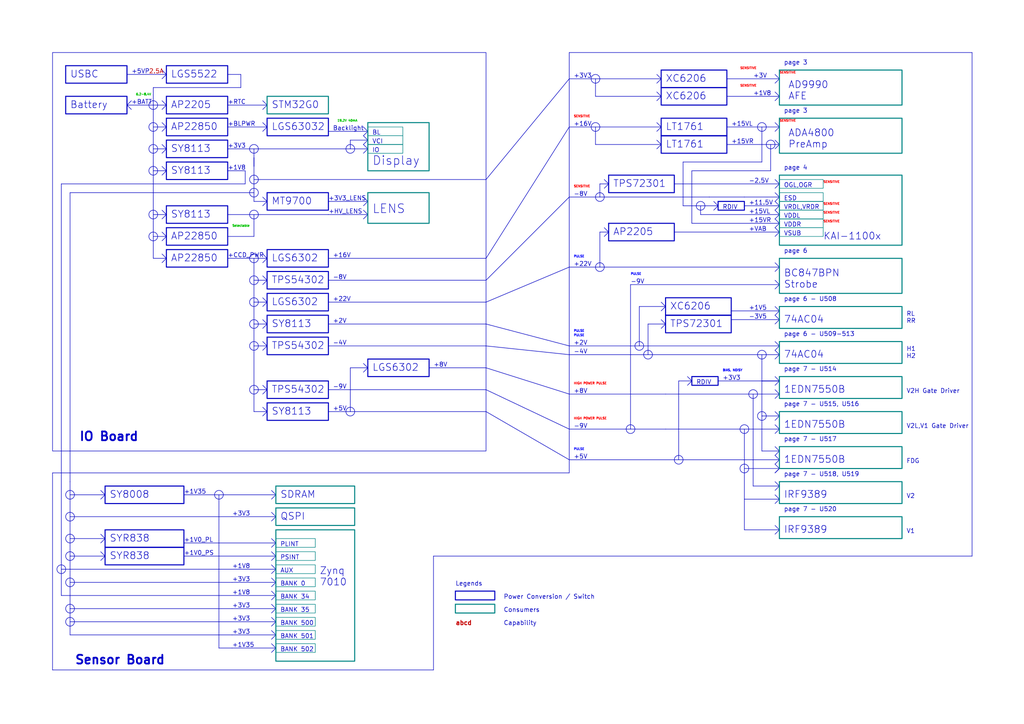
<source format=kicad_sch>
(kicad_sch
	(version 20231120)
	(generator "eeschema")
	(generator_version "8.0")
	(uuid "43b33db2-96c9-47e4-bca6-d2ae882e9e91")
	(paper "A4")
	(title_block
		(title "Power Tree")
		(date "2024-10-05")
		(rev "R0.12")
		(company "Copyright 2024 Anhang Li, Wenting Zhang")
		(comment 2 "MERCHANTABILITY, SATISFACTORY QUALITY AND FITNESS FOR A PARTICULAR PURPOSE.")
		(comment 3 "This source is distributed WITHOUT ANY EXPRESS OR IMPLIED WARRANTY, INCLUDING OF")
		(comment 4 "This source describes Open Hardware and is licensed under the CERN-OHL-P v2.")
	)
	(lib_symbols)
	(polyline
		(pts
			(xy 193.04 124.46) (xy 226.06 124.46)
		)
		(stroke
			(width 0)
			(type default)
		)
		(uuid "00c1f72c-50cd-4fb3-9221-c33fecb8f9a0")
	)
	(polyline
		(pts
			(xy 224.79 21.59) (xy 226.06 22.86)
		)
		(stroke
			(width 0)
			(type default)
		)
		(uuid "03317e33-fba3-479c-9b74-ff470f82b2cd")
	)
	(polyline
		(pts
			(xy 44.45 43.18) (xy 44.45 49.53)
		)
		(stroke
			(width 0)
			(type default)
		)
		(uuid "034ae8ab-8f65-4f26-bccf-71fe3a08ef38")
	)
	(polyline
		(pts
			(xy 67.31 168.91) (xy 80.01 168.91)
		)
		(stroke
			(width 0)
			(type default)
		)
		(uuid "038420bb-a41b-4f76-b8a7-833c5d9a51de")
	)
	(polyline
		(pts
			(xy 172.72 22.86) (xy 165.1 22.86)
		)
		(stroke
			(width 0)
			(type default)
		)
		(uuid "03d730b3-2e3c-410e-aff9-9be7dabd2745")
	)
	(polyline
		(pts
			(xy 224.79 125.73) (xy 226.06 124.46)
		)
		(stroke
			(width 0)
			(type default)
		)
		(uuid "0414519c-fa0e-44fd-bf47-f7a48af4b712")
	)
	(polyline
		(pts
			(xy 76.2 118.11) (xy 77.47 119.38)
		)
		(stroke
			(width 0)
			(type default)
		)
		(uuid "046e00fd-2dbc-40ab-862e-c01f4f964796")
	)
	(polyline
		(pts
			(xy 67.31 187.96) (xy 63.5 187.96)
		)
		(stroke
			(width 0)
			(type default)
		)
		(uuid "0703f38d-9cab-48b7-a1d7-6c2a34258382")
	)
	(polyline
		(pts
			(xy 224.79 76.2) (xy 226.06 77.47)
		)
		(stroke
			(width 0)
			(type default)
		)
		(uuid "07d1e537-89a4-475b-a38d-eb2d0861035c")
	)
	(polyline
		(pts
			(xy 226.06 22.86) (xy 224.79 24.13)
		)
		(stroke
			(width 0)
			(type default)
		)
		(uuid "07ed9e7c-be7b-481b-9af2-93b8347ec526")
	)
	(polyline
		(pts
			(xy 46.99 67.31) (xy 48.26 68.58)
		)
		(stroke
			(width 0)
			(type default)
		)
		(uuid "0846edb0-0352-4454-b520-a8bec81f148b")
	)
	(polyline
		(pts
			(xy 95.25 58.42) (xy 106.68 58.42)
		)
		(stroke
			(width 0)
			(type default)
		)
		(uuid "09168ab9-6eb9-4cbe-9e01-042033862dfd")
	)
	(polyline
		(pts
			(xy 224.79 66.04) (xy 226.06 64.77)
		)
		(stroke
			(width 0)
			(type default)
		)
		(uuid "0b77a7e4-117a-403d-9bb6-0c7be4653dd4")
	)
	(polyline
		(pts
			(xy 67.31 184.15) (xy 80.01 184.15)
		)
		(stroke
			(width 0)
			(type default)
		)
		(uuid "0c487246-6052-4133-a925-e37994fe6bc0")
	)
	(polyline
		(pts
			(xy 17.78 53.34) (xy 17.78 165.1)
		)
		(stroke
			(width 0)
			(type default)
		)
		(uuid "0ea1f8ee-a2b4-4de3-b10e-192670cb4aa5")
	)
	(polyline
		(pts
			(xy 105.41 63.5) (xy 106.68 62.23)
		)
		(stroke
			(width 0)
			(type default)
		)
		(uuid "0f49b042-a0c7-4838-a6ba-973c1942fe80")
	)
	(polyline
		(pts
			(xy 15.24 194.31) (xy 125.73 194.31)
		)
		(stroke
			(width 0)
			(type default)
		)
		(uuid "116dd263-a45b-48b7-84eb-27ff47bfd9ca")
	)
	(polyline
		(pts
			(xy 140.97 93.98) (xy 165.1 100.33)
		)
		(stroke
			(width 0)
			(type default)
		)
		(uuid "121790e1-2f7c-4765-9654-c67ff7229da3")
	)
	(polyline
		(pts
			(xy 281.94 15.24) (xy 165.1 15.24)
		)
		(stroke
			(width 0)
			(type default)
		)
		(uuid "12495427-5156-4d04-b650-02a2e200e5e1")
	)
	(polyline
		(pts
			(xy 76.2 57.15) (xy 77.47 58.42)
		)
		(stroke
			(width 0)
			(type default)
		)
		(uuid "128be4d6-c448-49df-a629-295ea79a2e24")
	)
	(polyline
		(pts
			(xy 73.66 87.63) (xy 73.66 93.98)
		)
		(stroke
			(width 0)
			(type default)
		)
		(uuid "136c1477-8fcf-478c-83e6-1a2a54778bee")
	)
	(polyline
		(pts
			(xy 20.32 156.21) (xy 30.48 156.21)
		)
		(stroke
			(width 0)
			(type default)
		)
		(uuid "138c992a-80f1-459a-b47c-b3a75e3bf452")
	)
	(polyline
		(pts
			(xy 224.79 152.4) (xy 226.06 153.67)
		)
		(stroke
			(width 0)
			(type default)
		)
		(uuid "1582cfb5-bf03-450d-9541-1cdb8d18f1af")
	)
	(polyline
		(pts
			(xy 71.12 53.34) (xy 17.78 53.34)
		)
		(stroke
			(width 0)
			(type default)
		)
		(uuid "1582f64f-5c8e-4e15-98eb-17a3ddae0da5")
	)
	(polyline
		(pts
			(xy 46.99 60.96) (xy 48.26 62.23)
		)
		(stroke
			(width 0)
			(type default)
		)
		(uuid "16903010-caf2-42b1-a20a-11f18f1f98fc")
	)
	(polyline
		(pts
			(xy 78.74 151.13) (xy 80.01 149.86)
		)
		(stroke
			(width 0)
			(type default)
		)
		(uuid "187ff91a-3f40-4d82-8621-951a80cd0dea")
	)
	(polyline
		(pts
			(xy 76.2 73.66) (xy 77.47 74.93)
		)
		(stroke
			(width 0)
			(type default)
		)
		(uuid "18ddbfc0-fdd1-4f7e-864f-e2257f529d4c")
	)
	(polyline
		(pts
			(xy 78.74 179.07) (xy 80.01 180.34)
		)
		(stroke
			(width 0)
			(type default)
		)
		(uuid "1945624e-96e8-401d-984d-6d2cf0930d3b")
	)
	(polyline
		(pts
			(xy 17.78 172.72) (xy 17.78 165.1)
		)
		(stroke
			(width 0)
			(type default)
		)
		(uuid "1b11a21d-1cff-45e7-9e62-b13dc72c64d3")
	)
	(polyline
		(pts
			(xy 63.5 187.96) (xy 63.5 143.51)
		)
		(stroke
			(width 0)
			(type default)
		)
		(uuid "1c4f1182-741b-4e95-8b9a-57a615637a00")
	)
	(polyline
		(pts
			(xy 76.2 31.75) (xy 77.47 30.48)
		)
		(stroke
			(width 0)
			(type default)
		)
		(uuid "1c83d697-acf6-4aed-89fa-de388686fccf")
	)
	(polyline
		(pts
			(xy 182.88 82.55) (xy 182.88 124.46)
		)
		(stroke
			(width 0)
			(type default)
		)
		(uuid "1cfdc1e6-7798-4dd9-82aa-e3a133cd389d")
	)
	(polyline
		(pts
			(xy 198.12 46.99) (xy 198.12 59.69)
		)
		(stroke
			(width 0)
			(type default)
		)
		(uuid "1d3b3c0c-dd0a-40b8-b128-1b5910cb7ed8")
	)
	(polyline
		(pts
			(xy 172.72 41.91) (xy 191.77 41.91)
		)
		(stroke
			(width 0)
			(type default)
		)
		(uuid "1dc69c8b-808e-4494-9401-cf464e4e0750")
	)
	(polyline
		(pts
			(xy 196.85 110.49) (xy 196.85 133.35)
		)
		(stroke
			(width 0)
			(type default)
		)
		(uuid "1dd0cd77-1976-4366-a7f3-9827b499cd88")
	)
	(polyline
		(pts
			(xy 190.5 21.59) (xy 191.77 22.86)
		)
		(stroke
			(width 0)
			(type default)
		)
		(uuid "1e8faa7e-e367-41cc-a027-c649125da95e")
	)
	(polyline
		(pts
			(xy 215.9 144.78) (xy 226.06 144.78)
		)
		(stroke
			(width 0)
			(type default)
		)
		(uuid "1f05022b-90ac-4ea6-99a0-052127df1bec")
	)
	(polyline
		(pts
			(xy 67.31 149.86) (xy 80.01 149.86)
		)
		(stroke
			(width 0)
			(type default)
		)
		(uuid "1fab61ea-9d17-4638-b06d-662b3d1c41d6")
	)
	(polyline
		(pts
			(xy 224.79 121.92) (xy 226.06 120.65)
		)
		(stroke
			(width 0)
			(type default)
		)
		(uuid "1ffd0563-c08c-4ac7-ac06-cb4e3d574be0")
	)
	(polyline
		(pts
			(xy 195.58 67.31) (xy 226.06 67.31)
		)
		(stroke
			(width 0)
			(type default)
		)
		(uuid "20103e7c-7c40-41ec-bc23-afbbe1675c56")
	)
	(polyline
		(pts
			(xy 210.82 22.86) (xy 226.06 22.86)
		)
		(stroke
			(width 0)
			(type default)
		)
		(uuid "203b5c0e-5701-4e87-9bc4-87bf1ab8f0f3")
	)
	(polyline
		(pts
			(xy 78.74 162.56) (xy 80.01 161.29)
		)
		(stroke
			(width 0)
			(type default)
		)
		(uuid "20959dff-8ff4-4e1a-afa1-b7a00e4afa91")
	)
	(polyline
		(pts
			(xy 76.2 101.6) (xy 77.47 100.33)
		)
		(stroke
			(width 0)
			(type default)
		)
		(uuid "21001d51-4312-41d4-86a8-c666f016147b")
	)
	(polyline
		(pts
			(xy 46.99 73.66) (xy 48.26 74.93)
		)
		(stroke
			(width 0)
			(type default)
		)
		(uuid "219a6223-8386-49b2-9543-1f60d3682aea")
	)
	(polyline
		(pts
			(xy 73.66 100.33) (xy 77.47 100.33)
		)
		(stroke
			(width 0)
			(type default)
		)
		(uuid "22d51bbd-136d-4740-bf62-78edb5ab481f")
	)
	(polyline
		(pts
			(xy 66.04 62.23) (xy 95.25 62.23)
		)
		(stroke
			(width 0)
			(type default)
		)
		(uuid "23c4801b-b503-4389-ac2a-c53c2b9e1626")
	)
	(polyline
		(pts
			(xy 20.32 149.86) (xy 67.31 149.86)
		)
		(stroke
			(width 0)
			(type default)
		)
		(uuid "23f8b2b0-ab44-462d-88ff-17565b2c3af7")
	)
	(polyline
		(pts
			(xy 73.66 100.33) (xy 73.66 113.03)
		)
		(stroke
			(width 0)
			(type default)
		)
		(uuid "24c65f63-c982-4fc5-818e-e2cb55a80ac7")
	)
	(polyline
		(pts
			(xy 224.79 119.38) (xy 226.06 120.65)
		)
		(stroke
			(width 0)
			(type default)
		)
		(uuid "263810f5-cf13-4527-8280-3430191336b4")
	)
	(polyline
		(pts
			(xy 71.12 49.53) (xy 71.12 53.34)
		)
		(stroke
			(width 0)
			(type default)
		)
		(uuid "264237cd-ef4f-4736-99c1-d37e23190034")
	)
	(polyline
		(pts
			(xy 95.25 113.03) (xy 140.97 113.03)
		)
		(stroke
			(width 0)
			(type default)
		)
		(uuid "27810c91-8df3-4ba2-a40e-0309677a1765")
	)
	(polyline
		(pts
			(xy 105.41 44.45) (xy 106.68 43.18)
		)
		(stroke
			(width 0)
			(type default)
		)
		(uuid "28073557-7d56-4f7f-a096-24d9c9ef0596")
	)
	(polyline
		(pts
			(xy 224.79 109.22) (xy 226.06 110.49)
		)
		(stroke
			(width 0)
			(type default)
		)
		(uuid "2875d2fc-5398-4929-817c-5e1efbdc3392")
	)
	(polyline
		(pts
			(xy 73.66 45.72) (xy 73.66 58.42)
		)
		(stroke
			(width 0)
			(type default)
		)
		(uuid "2930c1bd-1abb-4a8a-8846-61cdf2f95e29")
	)
	(polyline
		(pts
			(xy 165.1 100.33) (xy 226.06 100.33)
		)
		(stroke
			(width 0)
			(type default)
		)
		(uuid "29a206a2-bce6-4054-aaa6-de547627c652")
	)
	(polyline
		(pts
			(xy 140.97 113.03) (xy 165.1 124.46)
		)
		(stroke
			(width 0)
			(type default)
		)
		(uuid "2b2bfdaf-2823-469c-9ad2-08f1714e7122")
	)
	(polyline
		(pts
			(xy 67.31 176.53) (xy 80.01 176.53)
		)
		(stroke
			(width 0)
			(type default)
		)
		(uuid "2b47ac27-449e-4851-bae9-9af1476dbd4f")
	)
	(polyline
		(pts
			(xy 76.2 88.9) (xy 77.47 87.63)
		)
		(stroke
			(width 0)
			(type default)
		)
		(uuid "2b68be28-1971-42a7-b000-8200df9871cb")
	)
	(polyline
		(pts
			(xy 208.28 110.49) (xy 226.06 110.49)
		)
		(stroke
			(width 0)
			(type default)
		)
		(uuid "2bd19de1-e99c-4559-bded-5d3619773619")
	)
	(polyline
		(pts
			(xy 76.2 80.01) (xy 77.47 81.28)
		)
		(stroke
			(width 0)
			(type default)
		)
		(uuid "2bf4fe32-8477-481e-b998-bc23a96c5baa")
	)
	(polyline
		(pts
			(xy 78.74 182.88) (xy 80.01 184.15)
		)
		(stroke
			(width 0)
			(type default)
		)
		(uuid "2ccf988a-b371-4026-920f-abb65e3598af")
	)
	(polyline
		(pts
			(xy 212.09 90.17) (xy 226.06 90.17)
		)
		(stroke
			(width 0)
			(type default)
		)
		(uuid "2d481846-e2e3-43d4-88a9-f44c18b1b1e1")
	)
	(polyline
		(pts
			(xy 224.79 88.9) (xy 226.06 90.17)
		)
		(stroke
			(width 0)
			(type default)
		)
		(uuid "2d52e4ab-480f-4644-a34b-ffbef1a3d6a7")
	)
	(polyline
		(pts
			(xy 105.41 105.41) (xy 106.68 106.68)
		)
		(stroke
			(width 0)
			(type default)
		)
		(uuid "2d98f7d4-8ad8-43d9-80a1-1763e723b50f")
	)
	(polyline
		(pts
			(xy 105.41 39.37) (xy 106.68 38.1)
		)
		(stroke
			(width 0)
			(type default)
		)
		(uuid "2e14f77e-1567-498c-b417-a6ea517a5680")
	)
	(polyline
		(pts
			(xy 76.2 111.76) (xy 77.47 113.03)
		)
		(stroke
			(width 0)
			(type default)
		)
		(uuid "2e8b6faa-575e-4e1a-b938-001472810a85")
	)
	(polyline
		(pts
			(xy 173.99 53.34) (xy 176.53 53.34)
		)
		(stroke
			(width 0)
			(type default)
		)
		(uuid "2f339fcf-c171-4225-8a41-1a3618908c70")
	)
	(polyline
		(pts
			(xy 224.79 101.6) (xy 226.06 102.87)
		)
		(stroke
			(width 0)
			(type default)
		)
		(uuid "2f9d0711-57b4-432d-bf3c-3603908e50e0")
	)
	(polyline
		(pts
			(xy 224.79 99.06) (xy 226.06 100.33)
		)
		(stroke
			(width 0)
			(type default)
		)
		(uuid "301e9429-f4d2-499c-b9af-016229aba160")
	)
	(polyline
		(pts
			(xy 140.97 52.07) (xy 165.1 22.86)
		)
		(stroke
			(width 0)
			(type default)
		)
		(uuid "306f416c-96b2-41d8-b686-f0dd5cf2b023")
	)
	(polyline
		(pts
			(xy 224.79 115.57) (xy 226.06 114.3)
		)
		(stroke
			(width 0)
			(type default)
		)
		(uuid "307f8fc1-dfe0-4400-a1ea-73339a70b6c3")
	)
	(polyline
		(pts
			(xy 190.5 29.21) (xy 191.77 27.94)
		)
		(stroke
			(width 0)
			(type default)
		)
		(uuid "30fd8a0a-72e8-4ab0-a9d1-ea07ed985bfc")
	)
	(polyline
		(pts
			(xy 224.79 35.56) (xy 226.06 36.83)
		)
		(stroke
			(width 0)
			(type default)
		)
		(uuid "312b9868-253b-4726-9fae-09b722096149")
	)
	(polyline
		(pts
			(xy 80.01 172.72) (xy 17.78 172.72)
		)
		(stroke
			(width 0)
			(type default)
		)
		(uuid "318dbfe2-5eda-4813-ac4a-321856acf307")
	)
	(polyline
		(pts
			(xy 165.1 114.3) (xy 193.04 114.3)
		)
		(stroke
			(width 0)
			(type default)
		)
		(uuid "321a47f4-d8f3-4f39-9889-b88786f77aec")
	)
	(polyline
		(pts
			(xy 44.45 30.48) (xy 44.45 43.18)
		)
		(stroke
			(width 0)
			(type default)
		)
		(uuid "321c357a-9930-4638-aa18-6fc0697e5d02")
	)
	(polyline
		(pts
			(xy 226.06 130.81) (xy 224.79 132.08)
		)
		(stroke
			(width 0)
			(type default)
		)
		(uuid "348b4db4-7434-45bf-9388-e5969e9cafad")
	)
	(polyline
		(pts
			(xy 281.94 15.24) (xy 281.94 161.29)
		)
		(stroke
			(width 0)
			(type default)
		)
		(uuid "34ce4d46-f2c8-45f1-b368-03e3b61cabfd")
	)
	(polyline
		(pts
			(xy 220.98 120.65) (xy 220.98 120.65)
		)
		(stroke
			(width 0)
			(type default)
		)
		(uuid "3535a2f5-21ca-428a-81da-9d7f64127023")
	)
	(polyline
		(pts
			(xy 73.66 43.18) (xy 73.66 48.26)
		)
		(stroke
			(width 0)
			(type default)
		)
		(uuid "35519eb1-abe5-401b-9ef1-75021b660d8a")
	)
	(polyline
		(pts
			(xy 76.2 95.25) (xy 77.47 93.98)
		)
		(stroke
			(width 0)
			(type default)
		)
		(uuid "38f436db-6463-4e0c-a7e2-9380d472d9c4")
	)
	(polyline
		(pts
			(xy 67.31 187.96) (xy 80.01 187.96)
		)
		(stroke
			(width 0)
			(type default)
		)
		(uuid "38f8bd6f-aa41-4c45-af13-5ff09341ea71")
	)
	(polyline
		(pts
			(xy 224.79 143.51) (xy 226.06 144.78)
		)
		(stroke
			(width 0)
			(type default)
		)
		(uuid "39835e5d-514f-417e-b30f-3b886ac729ae")
	)
	(polyline
		(pts
			(xy 78.74 170.18) (xy 80.01 168.91)
		)
		(stroke
			(width 0)
			(type default)
		)
		(uuid "39e6bd03-83bd-4094-9970-f06884966ede")
	)
	(polyline
		(pts
			(xy 207.01 60.96) (xy 208.28 59.69)
		)
		(stroke
			(width 0)
			(type default)
		)
		(uuid "3bbc46dc-4a11-4846-b459-634d6f1df8f8")
	)
	(polyline
		(pts
			(xy 205.74 57.15) (xy 215.9 57.15)
		)
		(stroke
			(width 0)
			(type default)
		)
		(uuid "3f470cbe-6701-4a54-8199-8fd4839236c9")
	)
	(polyline
		(pts
			(xy 224.79 78.74) (xy 226.06 77.47)
		)
		(stroke
			(width 0)
			(type default)
		)
		(uuid "4055570e-03ea-498d-993a-94d419693361")
	)
	(polyline
		(pts
			(xy 17.78 165.1) (xy 80.01 165.1)
		)
		(stroke
			(width 0)
			(type default)
		)
		(uuid "41909c76-7551-44e6-a1d9-5c4e6673590b")
	)
	(polyline
		(pts
			(xy 66.04 49.53) (xy 71.12 49.53)
		)
		(stroke
			(width 0)
			(type default)
		)
		(uuid "4336e64d-206e-4b97-96d0-ca27e93046e5")
	)
	(polyline
		(pts
			(xy 106.68 40.64) (xy 101.6 40.64)
		)
		(stroke
			(width 0)
			(type default)
		)
		(uuid "44673cfb-cb99-4030-b847-b6cd843927e7")
	)
	(polyline
		(pts
			(xy 191.77 87.63) (xy 193.04 88.9)
		)
		(stroke
			(width 0)
			(type default)
		)
		(uuid "45563305-b0d1-4ea0-a9b1-6312a92e0911")
	)
	(polyline
		(pts
			(xy 224.79 81.28) (xy 226.06 82.55)
		)
		(stroke
			(width 0)
			(type default)
		)
		(uuid "46057983-4819-4e74-ac9e-67d0765fdd94")
	)
	(polyline
		(pts
			(xy 196.85 110.49) (xy 200.66 110.49)
		)
		(stroke
			(width 0)
			(type default)
		)
		(uuid "461bdda4-811b-4fad-b72a-dd33d9cd6a47")
	)
	(polyline
		(pts
			(xy 78.74 142.24) (xy 80.01 143.51)
		)
		(stroke
			(width 0)
			(type default)
		)
		(uuid "462482ca-9910-42be-85ee-2ce2ac6f633b")
	)
	(polyline
		(pts
			(xy 73.66 93.98) (xy 77.47 93.98)
		)
		(stroke
			(width 0)
			(type default)
		)
		(uuid "467b62d7-5512-4ad6-9ffa-272f02e2d7e8")
	)
	(polyline
		(pts
			(xy 195.58 53.34) (xy 226.06 53.34)
		)
		(stroke
			(width 0)
			(type default)
		)
		(uuid "46e2550d-7398-41f9-9bfa-1db7dadd2adf")
	)
	(polyline
		(pts
			(xy 78.74 167.64) (xy 80.01 168.91)
		)
		(stroke
			(width 0)
			(type default)
		)
		(uuid "4889623a-8ea8-46ab-b550-73e478c1c086")
	)
	(polyline
		(pts
			(xy 190.5 35.56) (xy 191.77 36.83)
		)
		(stroke
			(width 0)
			(type default)
		)
		(uuid "48ecd447-07b1-4fac-9af5-e22099ca312e")
	)
	(polyline
		(pts
			(xy 76.2 92.71) (xy 77.47 93.98)
		)
		(stroke
			(width 0)
			(type default)
		)
		(uuid "4cc5129f-496d-44a8-91f5-d653735dc892")
	)
	(polyline
		(pts
			(xy 173.99 67.31) (xy 176.53 67.31)
		)
		(stroke
			(width 0)
			(type default)
		)
		(uuid "505c09be-8667-4ef5-8447-fab19e5f392d")
	)
	(polyline
		(pts
			(xy 224.79 137.16) (xy 226.06 135.89)
		)
		(stroke
			(width 0)
			(type default)
		)
		(uuid "507b7729-7d59-401f-b411-3494cd69a879")
	)
	(polyline
		(pts
			(xy 165.1 133.35) (xy 193.04 133.35)
		)
		(stroke
			(width 0)
			(type default)
		)
		(uuid "51502291-18e0-4877-a608-f3b0bf24db9f")
	)
	(polyline
		(pts
			(xy 95.25 81.28) (xy 140.97 81.28)
		)
		(stroke
			(width 0)
			(type default)
		)
		(uuid "537aab35-3960-4388-9be8-2f4d6fd7d865")
	)
	(polyline
		(pts
			(xy 165.1 36.83) (xy 191.77 36.83)
		)
		(stroke
			(width 0)
			(type default)
		)
		(uuid "53e36982-9294-447a-aa42-f7e7cef1257d")
	)
	(polyline
		(pts
			(xy 76.2 120.65) (xy 77.47 119.38)
		)
		(stroke
			(width 0)
			(type default)
		)
		(uuid "543230a1-89a4-47a2-a997-c466d3022f63")
	)
	(polyline
		(pts
			(xy 76.2 38.1) (xy 77.47 36.83)
		)
		(stroke
			(width 0)
			(type default)
		)
		(uuid "55750ff7-45d5-4fdc-be5e-e9326025eeaf")
	)
	(polyline
		(pts
			(xy 20.32 176.53) (xy 20.32 161.29)
		)
		(stroke
			(width 0)
			(type default)
		)
		(uuid "55a14e66-e74b-4c67-a975-05d34d3e341c")
	)
	(polyline
		(pts
			(xy 44.45 68.58) (xy 48.26 68.58)
		)
		(stroke
			(width 0)
			(type default)
		)
		(uuid "55bf9994-8cf1-4fcd-b52b-4c07af0b09a2")
	)
	(polyline
		(pts
			(xy 124.46 106.68) (xy 140.97 106.68)
		)
		(stroke
			(width 0)
			(type default)
		)
		(uuid "55f0d2a9-ef52-4872-8aa4-b8fa5eeccceb")
	)
	(polyline
		(pts
			(xy 224.79 101.6) (xy 226.06 100.33)
		)
		(stroke
			(width 0)
			(type default)
		)
		(uuid "5682654c-66ae-45e9-9974-1c565ca63f3f")
	)
	(polyline
		(pts
			(xy 224.79 40.64) (xy 226.06 41.91)
		)
		(stroke
			(width 0)
			(type default)
		)
		(uuid "56a5ce11-95be-4c14-838e-569cee3c23d0")
	)
	(polyline
		(pts
			(xy 36.83 21.59) (xy 48.26 21.59)
		)
		(stroke
			(width 0)
			(type default)
		)
		(uuid "571581cd-ceb5-4e64-9c96-2457bf1eb7da")
	)
	(polyline
		(pts
			(xy 73.66 119.38) (xy 77.47 119.38)
		)
		(stroke
			(width 0)
			(type default)
		)
		(uuid "5813cdd1-ca09-4048-be68-39595e0d6430")
	)
	(polyline
		(pts
			(xy 95.25 87.63) (xy 140.97 87.63)
		)
		(stroke
			(width 0)
			(type default)
		)
		(uuid "58b73420-bfb3-475c-91fa-7b0d798e2350")
	)
	(polyline
		(pts
			(xy 73.66 113.03) (xy 73.66 119.38)
		)
		(stroke
			(width 0)
			(type default)
		)
		(uuid "599ca217-90e8-4404-a155-905f00c26400")
	)
	(polyline
		(pts
			(xy 193.04 133.35) (xy 226.06 133.35)
		)
		(stroke
			(width 0)
			(type default)
		)
		(uuid "5c378fe1-9f1a-47cc-acda-26d6f5a67fc3")
	)
	(polyline
		(pts
			(xy 36.83 30.48) (xy 38.1 29.21)
		)
		(stroke
			(width 0)
			(type default)
		)
		(uuid "5e05bb1e-91a5-49ed-84f2-00673bc944b1")
	)
	(polyline
		(pts
			(xy 125.73 194.31) (xy 125.73 161.29)
		)
		(stroke
			(width 0)
			(type default)
		)
		(uuid "5e7ed281-59ef-4fef-a5d8-13900e82ef44")
	)
	(polyline
		(pts
			(xy 66.04 30.48) (xy 77.47 30.48)
		)
		(stroke
			(width 0)
			(type default)
		)
		(uuid "5e7fc849-2a1d-41ac-b4e9-8a09b9456229")
	)
	(polyline
		(pts
			(xy 67.31 184.15) (xy 20.32 184.15)
		)
		(stroke
			(width 0)
			(type default)
		)
		(uuid "5e8b616d-2f86-4c14-90db-a77c0fc1b3b4")
	)
	(polyline
		(pts
			(xy 224.79 26.67) (xy 226.06 27.94)
		)
		(stroke
			(width 0)
			(type default)
		)
		(uuid "5eacc73c-0971-428f-99b9-148a4d1cf86f")
	)
	(polyline
		(pts
			(xy 46.99 69.85) (xy 48.26 68.58)
		)
		(stroke
			(width 0)
			(type default)
		)
		(uuid "5f1fdb4e-e6fc-4997-a5c6-262b36d319d1")
	)
	(polyline
		(pts
			(xy 224.79 134.62) (xy 226.06 133.35)
		)
		(stroke
			(width 0)
			(type default)
		)
		(uuid "5f3531ae-0012-49c4-8d83-beb669352261")
	)
	(polyline
		(pts
			(xy 78.74 175.26) (xy 80.01 176.53)
		)
		(stroke
			(width 0)
			(type default)
		)
		(uuid "60659dc9-9b3f-4f4e-9278-05273ee024d1")
	)
	(polyline
		(pts
			(xy 95.25 38.1) (xy 106.68 38.1)
		)
		(stroke
			(width 0)
			(type default)
		)
		(uuid "60d0058b-629d-4231-bb38-8b174177a42b")
	)
	(polyline
		(pts
			(xy 29.21 157.48) (xy 30.48 156.21)
		)
		(stroke
			(width 0)
			(type default)
		)
		(uuid "6142cb7e-eab1-4e29-b655-b7a9f8fbec2b")
	)
	(polyline
		(pts
			(xy 224.79 63.5) (xy 226.06 62.23)
		)
		(stroke
			(width 0)
			(type default)
		)
		(uuid "62a2dc83-3f64-43c5-a523-641c45235e14")
	)
	(polyline
		(pts
			(xy 226.06 64.77) (xy 224.79 63.5)
		)
		(stroke
			(width 0)
			(type default)
		)
		(uuid "6396a2f5-71c7-4c38-9361-7603b7d92945")
	)
	(polyline
		(pts
			(xy 140.97 119.38) (xy 165.1 133.35)
		)
		(stroke
			(width 0)
			(type default)
		)
		(uuid "64039092-c72b-45fb-9430-486ba618ccdb")
	)
	(polyline
		(pts
			(xy 78.74 185.42) (xy 80.01 184.15)
		)
		(stroke
			(width 0)
			(type default)
		)
		(uuid "6679035e-cc88-4e47-bcbf-6f01ada86d68")
	)
	(polyline
		(pts
			(xy 76.2 114.3) (xy 77.47 113.03)
		)
		(stroke
			(width 0)
			(type default)
		)
		(uuid "667cb309-98c1-4510-b34a-93bb79386fb4")
	)
	(polyline
		(pts
			(xy 44.45 74.93) (xy 48.26 74.93)
		)
		(stroke
			(width 0)
			(type default)
		)
		(uuid "67569932-f21e-41d3-b1b5-623bc564e3c3")
	)
	(polyline
		(pts
			(xy 76.2 35.56) (xy 77.47 36.83)
		)
		(stroke
			(width 0)
			(type default)
		)
		(uuid "677ccf58-0fbf-42fc-8176-64da4fac3176")
	)
	(polyline
		(pts
			(xy 226.06 59.69) (xy 224.79 58.42)
		)
		(stroke
			(width 0)
			(type default)
		)
		(uuid "67acd06a-aef3-4861-81a8-d53367d5ad0a")
	)
	(polyline
		(pts
			(xy 200.66 49.53) (xy 223.52 49.53)
		)
		(stroke
			(width 0)
			(type default)
		)
		(uuid "67fcd724-eddf-43c8-894f-e81367051e96")
	)
	(polyline
		(pts
			(xy 76.2 29.21) (xy 77.47 30.48)
		)
		(stroke
			(width 0)
			(type default)
		)
		(uuid "68bd431d-b683-45ec-b19f-51268af8c8ab")
	)
	(polyline
		(pts
			(xy 78.74 173.99) (xy 80.01 172.72)
		)
		(stroke
			(width 0)
			(type default)
		)
		(uuid "69f3874d-1423-4722-a675-a02159ae96ac")
	)
	(polyline
		(pts
			(xy 105.41 41.91) (xy 106.68 43.18)
		)
		(stroke
			(width 0)
			(type default)
		)
		(uuid "6b12df5c-522c-48fa-8752-74be85a2f3b6")
	)
	(polyline
		(pts
			(xy 140.97 106.68) (xy 165.1 114.3)
		)
		(stroke
			(width 0)
			(type default)
		)
		(uuid "6bb3edd1-19a1-468c-9c8d-f76f86fbdb84")
	)
	(polyline
		(pts
			(xy 224.79 91.44) (xy 226.06 92.71)
		)
		(stroke
			(width 0)
			(type default)
		)
		(uuid "6bbb3de0-f2e1-49aa-83d5-1d62c65066dc")
	)
	(polyline
		(pts
			(xy 73.66 52.07) (xy 140.97 52.07)
		)
		(stroke
			(width 0)
			(type default)
		)
		(uuid "6bd15f85-78ed-4715-aba4-22fd974b1140")
	)
	(polyline
		(pts
			(xy 201.93 59.69) (xy 208.28 59.69)
		)
		(stroke
			(width 0)
			(type default)
		)
		(uuid "6bf01634-d5c7-47e8-bc17-877c0cf6986c")
	)
	(polyline
		(pts
			(xy 203.2 59.69) (xy 203.2 62.23)
		)
		(stroke
			(width 0)
			(type default)
		)
		(uuid "6e307076-01ba-4b8b-bbbc-c4c37ce0d531")
	)
	(polyline
		(pts
			(xy 105.41 39.37) (xy 106.68 40.64)
		)
		(stroke
			(width 0)
			(type default)
		)
		(uuid "6eb04413-0975-4627-b6ce-db669cf3b506")
	)
	(polyline
		(pts
			(xy 140.97 81.28) (xy 165.1 57.15)
		)
		(stroke
			(width 0)
			(type default)
		)
		(uuid "7016d5a9-a1fe-434d-9e82-f54e64aef094")
	)
	(polyline
		(pts
			(xy 215.9 124.46) (xy 215.9 144.78)
		)
		(stroke
			(width 0)
			(type default)
		)
		(uuid "702b060e-d274-4445-91eb-de4249069ab5")
	)
	(polyline
		(pts
			(xy 95.25 93.98) (xy 140.97 93.98)
		)
		(stroke
			(width 0)
			(type default)
		)
		(uuid "7155e77d-6136-40bc-aed8-9d63f814e198")
	)
	(polyline
		(pts
			(xy 46.99 76.2) (xy 48.26 74.93)
		)
		(stroke
			(width 0)
			(type default)
		)
		(uuid "75a39d9b-f120-42a6-aaaf-f44c6f4ac06b")
	)
	(polyline
		(pts
			(xy 191.77 95.25) (xy 193.04 93.98)
		)
		(stroke
			(width 0)
			(type default)
		)
		(uuid "76ef0fdc-18b2-4a8f-b511-bddfa4809f6d")
	)
	(polyline
		(pts
			(xy 173.99 53.34) (xy 173.99 57.15)
		)
		(stroke
			(width 0)
			(type default)
		)
		(uuid "774be12d-6a41-4e34-bed6-14cdcb4a1cb0")
	)
	(polyline
		(pts
			(xy 66.04 68.58) (xy 73.66 68.58)
		)
		(stroke
			(width 0)
			(type default)
		)
		(uuid "77bf2ca4-da19-4191-99c2-aa21879d47ea")
	)
	(polyline
		(pts
			(xy 46.99 20.32) (xy 48.26 21.59)
		)
		(stroke
			(width 0)
			(type default)
		)
		(uuid "78cf2d73-0950-4d0e-aae1-e2a8318ea5ec")
	)
	(polyline
		(pts
			(xy 190.5 43.18) (xy 191.77 41.91)
		)
		(stroke
			(width 0)
			(type default)
		)
		(uuid "79c2ef83-0a54-4f63-af6e-73d0c976f0e8")
	)
	(polyline
		(pts
			(xy 165.1 137.16) (xy 15.24 137.16)
		)
		(stroke
			(width 0)
			(type default)
		)
		(uuid "7ab75ded-2c39-426b-a9bc-7cb5fb109b84")
	)
	(polyline
		(pts
			(xy 20.32 143.51) (xy 30.48 143.51)
		)
		(stroke
			(width 0)
			(type default)
		)
		(uuid "7c3e6ed1-e016-48c1-b0db-9cfdf0929eeb")
	)
	(polyline
		(pts
			(xy 185.42 88.9) (xy 193.04 88.9)
		)
		(stroke
			(width 0)
			(type default)
		)
		(uuid "7cf48187-54e6-416a-91bd-d4371ed28013")
	)
	(polyline
		(pts
			(xy 78.74 186.69) (xy 80.01 187.96)
		)
		(stroke
			(width 0)
			(type default)
		)
		(uuid "7d636d7b-4c19-44eb-849c-f29b77e9ba39")
	)
	(polyline
		(pts
			(xy 215.9 59.69) (xy 226.06 59.69)
		)
		(stroke
			(width 0)
			(type default)
		)
		(uuid "7d9efbd7-5013-48fd-9b8f-d3001f51e7cc")
	)
	(polyline
		(pts
			(xy 67.31 180.34) (xy 80.01 180.34)
		)
		(stroke
			(width 0)
			(type default)
		)
		(uuid "7e71d702-1b8c-46d5-b307-dd8e4ef79925")
	)
	(polyline
		(pts
			(xy 78.74 189.23) (xy 80.01 187.96)
		)
		(stroke
			(width 0)
			(type default)
		)
		(uuid "80153696-8991-42fd-9dc3-9eff23a52ef3")
	)
	(polyline
		(pts
			(xy 175.26 54.61) (xy 176.53 53.34)
		)
		(stroke
			(width 0)
			(type default)
		)
		(uuid "81c87dc5-4849-4609-976b-2f81e6b6334f")
	)
	(polyline
		(pts
			(xy 187.96 93.98) (xy 187.96 102.87)
		)
		(stroke
			(width 0)
			(type default)
		)
		(uuid "83b7b31e-5830-4900-95e9-cd40bfb298d5")
	)
	(polyline
		(pts
			(xy 224.79 38.1) (xy 226.06 36.83)
		)
		(stroke
			(width 0)
			(type default)
		)
		(uuid "83dde4f8-d4cd-43df-b221-3035f68f4f38")
	)
	(polyline
		(pts
			(xy 226.06 57.15) (xy 224.79 55.88)
		)
		(stroke
			(width 0)
			(type default)
		)
		(uuid "84399df2-7ee0-4b8f-a93e-0f634af3aff6")
	)
	(polyline
		(pts
			(xy 105.41 59.69) (xy 106.68 58.42)
		)
		(stroke
			(width 0)
			(type default)
		)
		(uuid "847687f7-8f75-4998-afcd-c450646d6ce1")
	)
	(polyline
		(pts
			(xy 199.39 109.22) (xy 200.66 110.49)
		)
		(stroke
			(width 0)
			(type default)
		)
		(uuid "84be7716-a1fa-4dd7-acb2-c6b2463c0e94")
	)
	(polyline
		(pts
			(xy 220.98 120.65) (xy 220.98 130.81)
		)
		(stroke
			(width 0)
			(type default)
		)
		(uuid "85903401-19bd-4b4b-834d-8a6a75336e97")
	)
	(polyline
		(pts
			(xy 224.79 83.82) (xy 226.06 82.55)
		)
		(stroke
			(width 0)
			(type default)
		)
		(uuid "85c0b0ca-e458-4bff-83a0-58ff19f7f664")
	)
	(polyline
		(pts
			(xy 224.79 111.76) (xy 226.06 110.49)
		)
		(stroke
			(width 0)
			(type default)
		)
		(uuid "865f3ff4-4473-4650-9729-d9973cea6ffe")
	)
	(polyline
		(pts
			(xy 224.79 60.96) (xy 226.06 59.69)
		)
		(stroke
			(width 0)
			(type default)
		)
		(uuid "865fd65e-f87e-486d-b3dc-d725b9902473")
	)
	(polyline
		(pts
			(xy 36.83 30.48) (xy 48.26 30.48)
		)
		(stroke
			(width 0)
			(type default)
		)
		(uuid "8713db3c-d3f6-47af-bbac-a1cc74fe2e02")
	)
	(polyline
		(pts
			(xy 220.98 120.65) (xy 226.06 120.65)
		)
		(stroke
			(width 0)
			(type default)
		)
		(uuid "8791d674-c78e-4c66-b768-a71e043ca94f")
	)
	(polyline
		(pts
			(xy 46.99 41.91) (xy 48.26 43.18)
		)
		(stroke
			(width 0)
			(type default)
		)
		(uuid "87dfd0b1-e526-4b6c-9c46-926a7215ccc1")
	)
	(polyline
		(pts
			(xy 78.74 163.83) (xy 80.01 165.1)
		)
		(stroke
			(width 0)
			(type default)
		)
		(uuid "88060c5c-ab9b-4c8b-8d24-7b27f3ed1936")
	)
	(polyline
		(pts
			(xy 215.9 153.67) (xy 226.06 153.67)
		)
		(stroke
			(width 0)
			(type default)
		)
		(uuid "88e04a3a-5ecc-41e6-b7d1-34805c40bfce")
	)
	(polyline
		(pts
			(xy 67.31 180.34) (xy 20.32 180.34)
		)
		(stroke
			(width 0)
			(type default)
		)
		(uuid "8935873c-fd49-471a-824d-3fa537326421")
	)
	(polyline
		(pts
			(xy 29.21 162.56) (xy 30.48 161.29)
		)
		(stroke
			(width 0)
			(type default)
		)
		(uuid "898b7d0a-e255-41bf-ad44-5b2a1975ab30")
	)
	(polyline
		(pts
			(xy 224.79 113.03) (xy 226.06 114.3)
		)
		(stroke
			(width 0)
			(type default)
		)
		(uuid "8a468026-d16a-4ffd-afad-be4235619559")
	)
	(polyline
		(pts
			(xy 215.9 57.15) (xy 226.06 57.15)
		)
		(stroke
			(width 0)
			(type default)
		)
		(uuid "8b956bff-b973-4663-a323-f48abc60b776")
	)
	(polyline
		(pts
			(xy 198.12 46.99) (xy 220.98 46.99)
		)
		(stroke
			(width 0)
			(type default)
		)
		(uuid "8c654482-998f-4d85-b0b4-2a01800c9c51")
	)
	(polyline
		(pts
			(xy 67.31 176.53) (xy 20.32 176.53)
		)
		(stroke
			(width 0)
			(type default)
		)
		(uuid "8cf21155-e545-4b2f-acf4-591f0c500a16")
	)
	(polyline
		(pts
			(xy 78.74 156.21) (xy 80.01 157.48)
		)
		(stroke
			(width 0)
			(type default)
		)
		(uuid "8cfb67e2-cd7f-4381-9835-88dc9e335359")
	)
	(polyline
		(pts
			(xy 210.82 36.83) (xy 226.06 36.83)
		)
		(stroke
			(width 0)
			(type default)
		)
		(uuid "8d9b006d-19d1-4020-bd98-a8e7f0643e58")
	)
	(polyline
		(pts
			(xy 46.99 50.8) (xy 48.26 49.53)
		)
		(stroke
			(width 0)
			(type default)
		)
		(uuid "8da48f2d-952c-44d3-8177-d6877f9d5d81")
	)
	(polyline
		(pts
			(xy 220.98 46.99) (xy 220.98 36.83)
		)
		(stroke
			(width 0)
			(type default)
		)
		(uuid "8e14f01e-12f0-415e-95cb-d1f78b83b375")
	)
	(polyline
		(pts
			(xy 20.32 184.15) (xy 20.32 180.34)
		)
		(stroke
			(width 0)
			(type default)
		)
		(uuid "8e4cb129-f8a4-4d8e-8c82-2a5c9e2100aa")
	)
	(polyline
		(pts
			(xy 210.82 41.91) (xy 226.06 41.91)
		)
		(stroke
			(width 0)
			(type default)
		)
		(uuid "8f5421a0-c13c-4270-a283-8f03accf8b39")
	)
	(polyline
		(pts
			(xy 172.72 22.86) (xy 172.72 27.94)
		)
		(stroke
			(width 0)
			(type default)
		)
		(uuid "8f616e10-cbdd-44e6-ac53-f98f9cc551ae")
	)
	(polyline
		(pts
			(xy 175.26 68.58) (xy 176.53 67.31)
		)
		(stroke
			(width 0)
			(type default)
		)
		(uuid "908927e8-86b3-43b4-985e-d4782a7c6000")
	)
	(polyline
		(pts
			(xy 44.45 36.83) (xy 48.26 36.83)
		)
		(stroke
			(width 0)
			(type default)
		)
		(uuid "91b7ffc9-b528-48e5-a8ec-6a34402bff9c")
	)
	(polyline
		(pts
			(xy 105.41 41.91) (xy 106.68 40.64)
		)
		(stroke
			(width 0)
			(type default)
		)
		(uuid "926f76c5-af5c-4e14-9bfa-26fc21cb941b")
	)
	(polyline
		(pts
			(xy 44.45 62.23) (xy 48.26 62.23)
		)
		(stroke
			(width 0)
			(type default)
		)
		(uuid "927d41d0-92b9-4abf-98da-ffcbec540d84")
	)
	(polyline
		(pts
			(xy 191.77 90.17) (xy 193.04 88.9)
		)
		(stroke
			(width 0)
			(type default)
		)
		(uuid "94f47135-ea65-45e3-a79f-f48c72cdfef9")
	)
	(polyline
		(pts
			(xy 78.74 181.61) (xy 80.01 180.34)
		)
		(stroke
			(width 0)
			(type default)
		)
		(uuid "954913fe-6412-46f6-a4c5-c25c7f33485c")
	)
	(polyline
		(pts
			(xy 172.72 36.83) (xy 172.72 41.91)
		)
		(stroke
			(width 0)
			(type default)
		)
		(uuid "9623706a-9bcd-46a5-8518-ac88e62873dd")
	)
	(polyline
		(pts
			(xy 191.77 92.71) (xy 193.04 93.98)
		)
		(stroke
			(width 0)
			(type default)
		)
		(uuid "974056f2-7d01-4ae8-836c-4e9ba549a093")
	)
	(polyline
		(pts
			(xy 172.72 27.94) (xy 191.77 27.94)
		)
		(stroke
			(width 0)
			(type default)
		)
		(uuid "97e03e45-652c-4526-8e53-25f475804639")
	)
	(polyline
		(pts
			(xy 78.74 148.59) (xy 80.01 149.86)
		)
		(stroke
			(width 0)
			(type default)
		)
		(uuid "98c40f51-5ccb-4bb5-a4ff-ee815b35cb91")
	)
	(polyline
		(pts
			(xy 46.99 48.26) (xy 48.26 49.53)
		)
		(stroke
			(width 0)
			(type default)
		)
		(uuid "9af1029b-da05-48b1-aea0-0d00b320c5e4")
	)
	(polyline
		(pts
			(xy 101.6 40.64) (xy 101.6 43.18)
		)
		(stroke
			(width 0)
			(type default)
		)
		(uuid "9c4745bc-17b4-4ea1-897d-3582046de4b3")
	)
	(polyline
		(pts
			(xy 53.34 157.48) (xy 80.01 157.48)
		)
		(stroke
			(width 0)
			(type default)
		)
		(uuid "9ca8e600-d11d-45e1-9acb-aeee77c3bbb7")
	)
	(polyline
		(pts
			(xy 44.45 62.23) (xy 44.45 74.93)
		)
		(stroke
			(width 0)
			(type default)
		)
		(uuid "9df4c4bd-af9d-4b50-adfa-fd22cf8e8c75")
	)
	(polyline
		(pts
			(xy 182.88 82.55) (xy 226.06 82.55)
		)
		(stroke
			(width 0)
			(type default)
		)
		(uuid "9fa65d9b-2c6c-4f37-b58c-8c9f25839610")
	)
	(polyline
		(pts
			(xy 220.98 110.49) (xy 226.06 110.49)
		)
		(stroke
			(width 0)
			(type default)
		)
		(uuid "a07f8c3f-4adc-4cca-bc73-ce149e5a251e")
	)
	(polyline
		(pts
			(xy 46.99 44.45) (xy 48.26 43.18)
		)
		(stroke
			(width 0)
			(type default)
		)
		(uuid "a1d3bb16-7a4e-4b0a-91bd-7a85fecd9d27")
	)
	(polyline
		(pts
			(xy 165.1 77.47) (xy 226.06 77.47)
		)
		(stroke
			(width 0)
			(type default)
		)
		(uuid "a247c0b0-0b65-4240-8330-84294f2e2888")
	)
	(polyline
		(pts
			(xy 165.1 57.15) (xy 205.74 57.15)
		)
		(stroke
			(width 0)
			(type default)
		)
		(uuid "a33313df-a36d-48f4-a6cc-ba871f71765e")
	)
	(polyline
		(pts
			(xy 69.85 25.4) (xy 44.45 25.4)
		)
		(stroke
			(width 0)
			(type default)
		)
		(uuid "a3820b8e-ca3d-4ae7-9000-65a2f83fe694")
	)
	(polyline
		(pts
			(xy 76.2 99.06) (xy 77.47 100.33)
		)
		(stroke
			(width 0)
			(type default)
		)
		(uuid "a42ccdce-f150-409a-8144-6e52a3a4cf23")
	)
	(polyline
		(pts
			(xy 140.97 100.33) (xy 165.1 102.87)
		)
		(stroke
			(width 0)
			(type default)
		)
		(uuid "a82e49c9-fe5e-433c-a261-2a64f68de834")
	)
	(polyline
		(pts
			(xy 165.1 124.46) (xy 193.04 124.46)
		)
		(stroke
			(width 0)
			(type default)
		)
		(uuid "a8b7553d-8c55-466a-a9e9-df1715ed35c9")
	)
	(polyline
		(pts
			(xy 223.52 49.53) (xy 223.52 41.91)
		)
		(stroke
			(width 0)
			(type default)
		)
		(uuid "a917b518-a1d3-4753-9af7-8f9d10737330")
	)
	(polyline
		(pts
			(xy 76.2 86.36) (xy 77.47 87.63)
		)
		(stroke
			(width 0)
			(type default)
		)
		(uuid "a98806c1-a8e4-49e3-89f7-30786615086d")
	)
	(polyline
		(pts
			(xy 66.04 36.83) (xy 77.47 36.83)
		)
		(stroke
			(width 0)
			(type default)
		)
		(uuid "a9e4a6d7-1e4d-4f0e-b1cc-492cd47de063")
	)
	(polyline
		(pts
			(xy 44.45 46.99) (xy 44.45 62.23)
		)
		(stroke
			(width 0)
			(type default)
		)
		(uuid "a9e89b2c-ea53-4002-ad7c-085e4138eb77")
	)
	(polyline
		(pts
			(xy 210.82 27.94) (xy 226.06 27.94)
		)
		(stroke
			(width 0)
			(type default)
		)
		(uuid "aa02c1ff-8991-4416-8833-36e911aaef51")
	)
	(polyline
		(pts
			(xy 224.79 142.24) (xy 226.06 140.97)
		)
		(stroke
			(width 0)
			(type default)
		)
		(uuid "aa053eb1-a768-4726-bb31-c33496d5c2c3")
	)
	(polyline
		(pts
			(xy 78.74 177.8) (xy 80.01 176.53)
		)
		(stroke
			(width 0)
			(type default)
		)
		(uuid "aa185e10-a6bf-415a-8aab-bf78f145c5ed")
	)
	(polyline
		(pts
			(xy 190.5 38.1) (xy 191.77 36.83)
		)
		(stroke
			(width 0)
			(type default)
		)
		(uuid "aa4dd453-3fd4-4fc4-93f7-4ff755f509a9")
	)
	(polyline
		(pts
			(xy 224.79 146.05) (xy 226.06 144.78)
		)
		(stroke
			(width 0)
			(type default)
		)
		(uuid "abd64d13-cf39-42d8-9d54-c693a7750c1d")
	)
	(polyline
		(pts
			(xy 224.79 58.42) (xy 226.06 57.15)
		)
		(stroke
			(width 0)
			(type default)
		)
		(uuid "ac337855-bb71-419b-a7bc-c2fa38793cb4")
	)
	(polyline
		(pts
			(xy 20.32 139.7) (xy 20.32 161.29)
		)
		(stroke
			(width 0)
			(type default)
		)
		(uuid "ac4b3594-808a-4cbc-9454-0484342770fd")
	)
	(polyline
		(pts
			(xy 218.44 114.3) (xy 218.44 140.97)
		)
		(stroke
			(width 0)
			(type default)
		)
		(uuid "adcc9388-9ea3-4a9b-9dd5-826ba68b811a")
	)
	(polyline
		(pts
			(xy 190.5 24.13) (xy 191.77 22.86)
		)
		(stroke
			(width 0)
			(type default)
		)
		(uuid "ae05789c-9987-4788-b876-95c63b205978")
	)
	(polyline
		(pts
			(xy 46.99 38.1) (xy 48.26 36.83)
		)
		(stroke
			(width 0)
			(type default)
		)
		(uuid "ae104cf2-2174-4e5e-bb84-b2e411194629")
	)
	(polyline
		(pts
			(xy 20.32 168.91) (xy 67.31 168.91)
		)
		(stroke
			(width 0)
			(type default)
		)
		(uuid "ae2455e8-9d37-40e1-b47f-34217bc15230")
	)
	(polyline
		(pts
			(xy 46.99 35.56) (xy 48.26 36.83)
		)
		(stroke
			(width 0)
			(type default)
		)
		(uuid "af9dc447-a15e-43ed-8efe-0094e3b833fa")
	)
	(polyline
		(pts
			(xy 20.32 180.34) (xy 20.32 176.53)
		)
		(stroke
			(width 0)
			(type default)
		)
		(uuid "b271fc5a-a386-4db4-a4cc-bb2934dc887a")
	)
	(polyline
		(pts
			(xy 220.98 102.87) (xy 220.98 120.65)
		)
		(stroke
			(width 0)
			(type default)
		)
		(uuid "b383f29b-a250-4693-aa30-c620c7e7be49")
	)
	(polyline
		(pts
			(xy 215.9 144.78) (xy 215.9 153.67)
		)
		(stroke
			(width 0)
			(type default)
		)
		(uuid "b3dc300d-58e3-463b-97a6-166a52027903")
	)
	(polyline
		(pts
			(xy 226.06 64.77) (xy 200.66 64.77)
		)
		(stroke
			(width 0)
			(type default)
		)
		(uuid "b4c51e14-d8f6-49bf-a27a-61e187a8bf0e")
	)
	(polyline
		(pts
			(xy 105.41 57.15) (xy 106.68 58.42)
		)
		(stroke
			(width 0)
			(type default)
		)
		(uuid "b72b5dc8-8c02-41cc-96c3-2dd655d7f49d")
	)
	(polyline
		(pts
			(xy 44.45 49.53) (xy 48.26 49.53)
		)
		(stroke
			(width 0)
			(type default)
		)
		(uuid "b772914b-db15-42bd-b1dd-211cb8f62e11")
	)
	(polyline
		(pts
			(xy 224.79 132.08) (xy 226.06 133.35)
		)
		(stroke
			(width 0)
			(type default)
		)
		(uuid "b8312992-c57d-44c4-971b-4712362e3248")
	)
	(polyline
		(pts
			(xy 106.68 106.68) (xy 101.6 106.68)
		)
		(stroke
			(width 0)
			(type default)
		)
		(uuid "b8a127d0-1e54-4bf8-87ba-8f5c1c7e5e3a")
	)
	(polyline
		(pts
			(xy 224.79 91.44) (xy 226.06 90.17)
		)
		(stroke
			(width 0)
			(type default)
		)
		(uuid "b9250768-c526-4cd3-a2bd-cf1790a6ce44")
	)
	(polyline
		(pts
			(xy 207.01 58.42) (xy 208.28 59.69)
		)
		(stroke
			(width 0)
			(type default)
		)
		(uuid "ba7f485c-c220-4d1a-aff3-c36bf3614ccd")
	)
	(polyline
		(pts
			(xy 76.2 59.69) (xy 77.47 58.42)
		)
		(stroke
			(width 0)
			(type default)
		)
		(uuid "bb18858f-0f2a-44b2-b52d-d87983713d30")
	)
	(polyline
		(pts
			(xy 193.04 114.3) (xy 226.06 114.3)
		)
		(stroke
			(width 0)
			(type default)
		)
		(uuid "bbc50f73-5cc4-415b-8165-8ffb206bce24")
	)
	(polyline
		(pts
			(xy 200.66 64.77) (xy 200.66 49.53)
		)
		(stroke
			(width 0)
			(type default)
		)
		(uuid "bc33a81f-c916-4286-998b-08b7dc28c5fd")
	)
	(polyline
		(pts
			(xy 190.5 40.64) (xy 191.77 41.91)
		)
		(stroke
			(width 0)
			(type default)
		)
		(uuid "bc938bef-2457-4ecc-b9d1-8a90a47e7779")
	)
	(polyline
		(pts
			(xy 73.66 81.28) (xy 77.47 81.28)
		)
		(stroke
			(width 0)
			(type default)
		)
		(uuid "bd5c60d4-c824-4fd6-8cbe-05dd47c4c190")
	)
	(polyline
		(pts
			(xy 224.79 129.54) (xy 226.06 130.81)
		)
		(stroke
			(width 0)
			(type default)
		)
		(uuid "c14c22aa-0b22-469a-9159-4895afa42a31")
	)
	(polyline
		(pts
			(xy 125.73 161.29) (xy 281.94 161.29)
		)
		(stroke
			(width 0)
			(type default)
		)
		(uuid "c25caeee-b7df-480e-af68-71c905ad100d")
	)
	(polyline
		(pts
			(xy 140.97 87.63) (xy 165.1 77.47)
		)
		(stroke
			(width 0)
			(type default)
		)
		(uuid "c3d438be-2e05-400c-9aca-2677a3381d64")
	)
	(polyline
		(pts
			(xy 101.6 106.68) (xy 101.6 119.38)
		)
		(stroke
			(width 0)
			(type default)
		)
		(uuid "c5a08c76-4c7f-4c46-ade7-3bbbff35f730")
	)
	(polyline
		(pts
			(xy 36.83 30.48) (xy 38.1 31.75)
		)
		(stroke
			(width 0)
			(type default)
		)
		(uuid "c779c25d-7d71-4c85-92ae-d297935314c8")
	)
	(polyline
		(pts
			(xy 190.5 26.67) (xy 191.77 27.94)
		)
		(stroke
			(width 0)
			(type default)
		)
		(uuid "c798a2bc-d810-4c86-a568-6309fef68c79")
	)
	(polyline
		(pts
			(xy 175.26 66.04) (xy 176.53 67.31)
		)
		(stroke
			(width 0)
			(type default)
		)
		(uuid "c922bbde-9273-4ef2-9050-0ef67316502b")
	)
	(polyline
		(pts
			(xy 53.34 161.29) (xy 80.01 161.29)
		)
		(stroke
			(width 0)
			(type default)
		)
		(uuid "ca0a27c4-b50c-4047-9e6a-10abadec30c9")
	)
	(polyline
		(pts
			(xy 73.66 55.88) (xy 20.32 55.88)
		)
		(stroke
			(width 0)
			(type default)
		)
		(uuid "ca12b745-addd-48e4-b8b6-1b5040388c33")
	)
	(polyline
		(pts
			(xy 226.06 67.31) (xy 224.79 66.04)
		)
		(stroke
			(width 0)
			(type default)
		)
		(uuid "ca747bae-bb6e-44e3-bc57-97d95aadeca3")
	)
	(polyline
		(pts
			(xy 215.9 135.89) (xy 226.06 135.89)
		)
		(stroke
			(width 0)
			(type default)
		)
		(uuid "ca7c1193-cccf-44a0-ab01-eaba7a762e86")
	)
	(polyline
		(pts
			(xy 95.25 100.33) (xy 140.97 100.33)
		)
		(stroke
			(width 0)
			(type default)
		)
		(uuid "cb91e3bf-a833-46e6-a4fb-3b80dce323ec")
	)
	(polyline
		(pts
			(xy 140.97 74.93) (xy 165.1 36.83)
		)
		(stroke
			(width 0)
			(type default)
		)
		(uuid "cc6725f2-414e-4b06-8c7d-cf88f92bcde1")
	)
	(polyline
		(pts
			(xy 212.09 92.71) (xy 226.06 92.71)
		)
		(stroke
			(width 0)
			(type default)
		)
		(uuid "cd544ca3-0fc0-4cc8-b6a5-4708b6a78109")
	)
	(polyline
		(pts
			(xy 226.06 135.89) (xy 224.79 134.62)
		)
		(stroke
			(width 0)
			(type default)
		)
		(uuid "cd68d1ee-a7a1-4539-be7b-8ab851830d74")
	)
	(polyline
		(pts
			(xy 73.66 113.03) (xy 77.47 113.03)
		)
		(stroke
			(width 0)
			(type default)
		)
		(uuid "ce2d3df4-0f92-4462-b067-37b286cdcad7")
	)
	(polyline
		(pts
			(xy 173.99 67.31) (xy 173.99 77.47)
		)
		(stroke
			(width 0)
			(type default)
		)
		(uuid "cead1f05-0ef4-4795-aab1-4f4e63e0ad88")
	)
	(polyline
		(pts
			(xy 172.72 22.86) (xy 191.77 22.86)
		)
		(stroke
			(width 0)
			(type default)
		)
		(uuid "d0e46789-0fcb-42de-87b2-9e4f74979438")
	)
	(polyline
		(pts
			(xy 185.42 88.9) (xy 185.42 100.33)
		)
		(stroke
			(width 0)
			(type default)
		)
		(uuid "d1ef6f6b-2fda-427e-9432-cfdb91ffebe1")
	)
	(polyline
		(pts
			(xy 46.99 63.5) (xy 48.26 62.23)
		)
		(stroke
			(width 0)
			(type default)
		)
		(uuid "d3fa61de-3797-48cc-b013-08c2251d9f3d")
	)
	(polyline
		(pts
			(xy 66.04 74.93) (xy 77.47 74.93)
		)
		(stroke
			(width 0)
			(type default)
		)
		(uuid "d7604292-bdb1-4697-b7e3-cf312762115c")
	)
	(polyline
		(pts
			(xy 95.25 119.38) (xy 140.97 119.38)
		)
		(stroke
			(width 0)
			(type default)
		)
		(uuid "d863cb96-9b9d-44f7-98c4-64c0195924bd")
	)
	(polyline
		(pts
			(xy 29.21 160.02) (xy 30.48 161.29)
		)
		(stroke
			(width 0)
			(type default)
		)
		(uuid "d8f21207-b5a5-4ef6-9448-0548920b1a92")
	)
	(polyline
		(pts
			(xy 165.1 15.24) (xy 165.1 137.16)
		)
		(stroke
			(width 0)
			(type default)
		)
		(uuid "db901130-1abd-4511-954c-7f17ae1e5a81")
	)
	(polyline
		(pts
			(xy 224.79 43.18) (xy 226.06 41.91)
		)
		(stroke
			(width 0)
			(type default)
		)
		(uuid "dc5e6118-67a2-4705-bf68-df68bc56e113")
	)
	(polyline
		(pts
			(xy 73.66 81.28) (xy 73.66 87.63)
		)
		(stroke
			(width 0)
			(type default)
		)
		(uuid "dce9927d-239b-4512-9a08-dad8f08bdd6c")
	)
	(polyline
		(pts
			(xy 95.25 74.93) (xy 140.97 74.93)
		)
		(stroke
			(width 0)
			(type default)
		)
		(uuid "de2f7471-d63a-4b61-b50d-103d6b46f8bf")
	)
	(polyline
		(pts
			(xy 73.66 74.93) (xy 73.66 81.28)
		)
		(stroke
			(width 0)
			(type default)
		)
		(uuid "debf2984-eb30-4f56-b3f7-870b1e513134")
	)
	(polyline
		(pts
			(xy 73.66 93.98) (xy 73.66 100.33)
		)
		(stroke
			(width 0)
			(type default)
		)
		(uuid "e0409668-543a-4089-a237-aa4487813477")
	)
	(polyline
		(pts
			(xy 105.41 107.95) (xy 106.68 106.68)
		)
		(stroke
			(width 0)
			(type default)
		)
		(uuid "e1eaa462-201d-4f3b-a704-3ed6a504ea2d")
	)
	(polyline
		(pts
			(xy 175.26 52.07) (xy 176.53 53.34)
		)
		(stroke
			(width 0)
			(type default)
		)
		(uuid "e25902bf-d19c-4c56-91e9-2aa8b2ce3f0e")
	)
	(polyline
		(pts
			(xy 78.74 158.75) (xy 80.01 157.48)
		)
		(stroke
			(width 0)
			(type default)
		)
		(uuid "e2717121-9084-4520-a818-eb1beccc924c")
	)
	(polyline
		(pts
			(xy 78.74 144.78) (xy 80.01 143.51)
		)
		(stroke
			(width 0)
			(type default)
		)
		(uuid "e3d20b6a-7eec-4cf5-883b-f821722940bf")
	)
	(polyline
		(pts
			(xy 95.25 62.23) (xy 106.68 62.23)
		)
		(stroke
			(width 0)
			(type default)
		)
		(uuid "e4035bab-cda4-4b82-a8fc-264e995a6b32")
	)
	(polyline
		(pts
			(xy 29.21 142.24) (xy 30.48 143.51)
		)
		(stroke
			(width 0)
			(type default)
		)
		(uuid "e4445365-6414-4013-998e-e80b123d9f9d")
	)
	(polyline
		(pts
			(xy 224.79 154.94) (xy 226.06 153.67)
		)
		(stroke
			(width 0)
			(type default)
		)
		(uuid "e588925b-0b56-44bd-b499-ce78b46934c6")
	)
	(polyline
		(pts
			(xy 73.66 68.58) (xy 73.66 62.23)
		)
		(stroke
			(width 0)
			(type default)
		)
		(uuid "e82050c0-41e3-405c-92f8-1c8a7cbe0c18")
	)
	(polyline
		(pts
			(xy 78.74 166.37) (xy 80.01 165.1)
		)
		(stroke
			(width 0)
			(type default)
		)
		(uuid "e9f21750-2be8-422b-9afa-d7b684c91e06")
	)
	(polyline
		(pts
			(xy 73.66 87.63) (xy 77.47 87.63)
		)
		(stroke
			(width 0)
			(type default)
		)
		(uuid "e9f7850b-f574-45df-9168-25e42efabd3f")
	)
	(polyline
		(pts
			(xy 105.41 60.96) (xy 106.68 62.23)
		)
		(stroke
			(width 0)
			(type default)
		)
		(uuid "eb053161-199c-4363-ab6c-4f67acde5e64")
	)
	(polyline
		(pts
			(xy 44.45 25.4) (xy 44.45 30.48)
		)
		(stroke
			(width 0)
			(type default)
		)
		(uuid "eb07a4ea-53e6-4ac0-bbe5-f45a55b3d9f2")
	)
	(polyline
		(pts
			(xy 105.41 36.83) (xy 106.68 38.1)
		)
		(stroke
			(width 0)
			(type default)
		)
		(uuid "eb19f16e-fcce-4428-8f96-502cd229a532")
	)
	(polyline
		(pts
			(xy 66.04 21.59) (xy 69.85 21.59)
		)
		(stroke
			(width 0)
			(type default)
		)
		(uuid "ec034c39-3a3c-4a84-a194-460d21262777")
	)
	(polyline
		(pts
			(xy 220.98 130.81) (xy 226.06 130.81)
		)
		(stroke
			(width 0)
			(type default)
		)
		(uuid "ec9cc99c-f57f-4167-ae08-dfc848a99287")
	)
	(polyline
		(pts
			(xy 20.32 55.88) (xy 20.32 139.7)
		)
		(stroke
			(width 0)
			(type default)
		)
		(uuid "ed374a9c-85c2-42d3-a62a-510dcaf4a756")
	)
	(polyline
		(pts
			(xy 76.2 76.2) (xy 77.47 74.93)
		)
		(stroke
			(width 0)
			(type default)
		)
		(uuid "edbb88c5-849f-4c7f-932c-0b396a222f62")
	)
	(polyline
		(pts
			(xy 218.44 140.97) (xy 226.06 140.97)
		)
		(stroke
			(width 0)
			(type default)
		)
		(uuid "eddd44b0-595c-474c-a8cc-a864f1eaf72e")
	)
	(polyline
		(pts
			(xy 199.39 111.76) (xy 200.66 110.49)
		)
		(stroke
			(width 0)
			(type default)
		)
		(uuid "ef3b946c-3d3d-4f37-ae74-7945ac7ad4cd")
	)
	(polyline
		(pts
			(xy 224.79 29.21) (xy 226.06 27.94)
		)
		(stroke
			(width 0)
			(type default)
		)
		(uuid "ef6b6bcc-45a0-48ed-9794-a3ed324aeb56")
	)
	(polyline
		(pts
			(xy 224.79 104.14) (xy 226.06 102.87)
		)
		(stroke
			(width 0)
			(type default)
		)
		(uuid "efada1ac-b197-41c1-ac0b-63e839bf9ce0")
	)
	(polyline
		(pts
			(xy 20.32 161.29) (xy 30.48 161.29)
		)
		(stroke
			(width 0)
			(type default)
		)
		(uuid "f1d43fc1-510d-45c9-a201-3147f51918be")
	)
	(polyline
		(pts
			(xy 46.99 22.86) (xy 48.26 21.59)
		)
		(stroke
			(width 0)
			(type default)
		)
		(uuid "f35a89b5-a151-4fb7-bf3d-98e983f7581d")
	)
	(polyline
		(pts
			(xy 198.12 59.69) (xy 201.93 59.69)
		)
		(stroke
			(width 0)
			(type default)
		)
		(uuid "f417a4fc-afde-4d0a-b672-8d646dc814ca")
	)
	(polyline
		(pts
			(xy 224.79 139.7) (xy 226.06 140.97)
		)
		(stroke
			(width 0)
			(type default)
		)
		(uuid "f41e71d3-74ad-43f6-ae71-07150f035e43")
	)
	(polyline
		(pts
			(xy 224.79 123.19) (xy 226.06 124.46)
		)
		(stroke
			(width 0)
			(type default)
		)
		(uuid "f46e6309-b650-4e5d-b37a-f116bd589e78")
	)
	(polyline
		(pts
			(xy 29.21 144.78) (xy 30.48 143.51)
		)
		(stroke
			(width 0)
			(type default)
		)
		(uuid "f47f61df-3e7a-4807-b18b-b6e71fdff475")
	)
	(polyline
		(pts
			(xy 224.79 68.58) (xy 226.06 67.31)
		)
		(stroke
			(width 0)
			(type default)
		)
		(uuid "f4d47809-828f-48dd-b432-b4b62227c01d")
	)
	(polyline
		(pts
			(xy 46.99 29.21) (xy 48.26 30.48)
		)
		(stroke
			(width 0)
			(type default)
		)
		(uuid "f5b3a453-5f17-44b0-9b8c-e048f8ca2dbf")
	)
	(polyline
		(pts
			(xy 78.74 171.45) (xy 80.01 172.72)
		)
		(stroke
			(width 0)
			(type default)
		)
		(uuid "f647a903-592d-42ab-924c-f1cd2baac659")
	)
	(polyline
		(pts
			(xy 203.2 62.23) (xy 226.06 62.23)
		)
		(stroke
			(width 0)
			(type default)
		)
		(uuid "f6a59378-195f-467c-9704-d26f7552cd45")
	)
	(polyline
		(pts
			(xy 224.79 54.61) (xy 226.06 53.34)
		)
		(stroke
			(width 0)
			(type default)
		)
		(uuid "f6f29ee4-9052-4d27-8cb9-20cf6d11c8d1")
	)
	(polyline
		(pts
			(xy 78.74 160.02) (xy 80.01 161.29)
		)
		(stroke
			(width 0)
			(type default)
		)
		(uuid "f7304175-69a6-4ab8-9a7f-d7bc21db9e29")
	)
	(polyline
		(pts
			(xy 224.79 137.16) (xy 226.06 135.89)
		)
		(stroke
			(width 0)
			(type default)
		)
		(uuid "f753674e-5c51-41e0-927e-ee57cd29fa80")
	)
	(polyline
		(pts
			(xy 165.1 102.87) (xy 226.06 102.87)
		)
		(stroke
			(width 0)
			(type default)
		)
		(uuid "f8f5e59a-d9c2-4579-b4da-4a72c5775157")
	)
	(polyline
		(pts
			(xy 224.79 93.98) (xy 226.06 92.71)
		)
		(stroke
			(width 0)
			(type default)
		)
		(uuid "f98d3935-7bb6-4f46-938d-f66b76f3129b")
	)
	(polyline
		(pts
			(xy 46.99 31.75) (xy 48.26 30.48)
		)
		(stroke
			(width 0)
			(type default)
		)
		(uuid "f9ab3352-34f0-4acf-b7a1-c386bf99d482")
	)
	(polyline
		(pts
			(xy 53.34 143.51) (xy 80.01 143.51)
		)
		(stroke
			(width 0)
			(type default)
		)
		(uuid "f9c17519-41b9-4869-823c-f197cf8fd6d6")
	)
	(polyline
		(pts
			(xy 224.79 52.07) (xy 226.06 53.34)
		)
		(stroke
			(width 0)
			(type default)
		)
		(uuid "fb5595a1-c1ec-4f62-ba17-3830f1d995e3")
	)
	(polyline
		(pts
			(xy 226.06 62.23) (xy 224.79 60.96)
		)
		(stroke
			(width 0)
			(type default)
		)
		(uuid "fb826bb0-7f9f-4d54-b99a-80c99e5c0440")
	)
	(polyline
		(pts
			(xy 15.24 137.16) (xy 15.24 194.31)
		)
		(stroke
			(width 0)
			(type default)
		)
		(uuid "fbb7ab22-a082-436e-846f-c5f03b17ed5b")
	)
	(polyline
		(pts
			(xy 69.85 21.59) (xy 69.85 25.4)
		)
		(stroke
			(width 0)
			(type default)
		)
		(uuid "fcd9b53d-064b-46d1-a7f2-7e0ffacb8c21")
	)
	(polyline
		(pts
			(xy 66.04 43.18) (xy 106.68 43.18)
		)
		(stroke
			(width 0)
			(type default)
		)
		(uuid "fdfec0a1-e0a7-458a-aa1f-d5005ea8ef9d")
	)
	(polyline
		(pts
			(xy 76.2 82.55) (xy 77.47 81.28)
		)
		(stroke
			(width 0)
			(type default)
		)
		(uuid "fe2368c2-1ea4-4ebe-8f01-97ab16750eeb")
	)
	(polyline
		(pts
			(xy 73.66 58.42) (xy 77.47 58.42)
		)
		(stroke
			(width 0)
			(type default)
		)
		(uuid "ff1bea69-137e-4a3b-9b2d-1f0d947b4cd7")
	)
	(polyline
		(pts
			(xy 44.45 43.18) (xy 48.26 43.18)
		)
		(stroke
			(width 0)
			(type default)
		)
		(uuid "ff5c111c-7bc5-46ce-b756-f628e8687100")
	)
	(polyline
		(pts
			(xy 187.96 93.98) (xy 193.04 93.98)
		)
		(stroke
			(width 0)
			(type default)
		)
		(uuid "ff6a7324-0704-43a3-927b-7878a691139e")
	)
	(polyline
		(pts
			(xy 29.21 154.94) (xy 30.48 156.21)
		)
		(stroke
			(width 0)
			(type default)
		)
		(uuid "ffd0b98b-b660-436f-9c37-8f8dcd74dcea")
	)
	(rectangle
		(start 77.47 110.49)
		(end 95.25 115.57)
		(stroke
			(width 0.3)
			(type default)
		)
		(fill
			(type none)
		)
		(uuid 022eadb0-13bd-427a-aaca-f880573a70a2)
	)
	(rectangle
		(start 226.06 109.22)
		(end 261.62 115.57)
		(stroke
			(width 0.3)
			(type default)
			(color 0 132 132 1)
		)
		(fill
			(type none)
		)
		(uuid 08975cc3-4bbe-4bfb-a982-18ddb4e81a67)
	)
	(rectangle
		(start 80.01 160.02)
		(end 91.44 162.56)
		(stroke
			(width 0)
			(type default)
			(color 0 132 132 1)
		)
		(fill
			(type none)
		)
		(uuid 08c7bfb3-70e8-47cb-9b0b-c9194eeceabc)
	)
	(circle
		(center 73.66 62.23)
		(radius 1.27)
		(stroke
			(width 0)
			(type default)
		)
		(fill
			(type none)
		)
		(uuid 0d377b02-849e-423f-a716-975c7c9c893e)
	)
	(circle
		(center 101.6 43.18)
		(radius 1.27)
		(stroke
			(width 0)
			(type default)
		)
		(fill
			(type none)
		)
		(uuid 0dadec9e-8872-482a-a2f6-ac113a1b0508)
	)
	(rectangle
		(start 80.01 153.67)
		(end 102.87 191.77)
		(stroke
			(width 0.3)
			(type default)
			(color 0 132 132 1)
		)
		(fill
			(type none)
		)
		(uuid 121235d9-be82-4662-80aa-b7ed6a72090a)
	)
	(circle
		(center 20.32 143.51)
		(radius 1.27)
		(stroke
			(width 0)
			(type default)
		)
		(fill
			(type none)
		)
		(uuid 12d42b56-fdd8-4b2e-82fa-b1458bc30aa7)
	)
	(rectangle
		(start 226.06 74.93)
		(end 261.62 85.09)
		(stroke
			(width 0.3)
			(type default)
			(color 0 132 132 1)
		)
		(fill
			(type none)
		)
		(uuid 166985d0-775c-422f-bc90-fb761834a53e)
	)
	(circle
		(center 196.85 133.35)
		(radius 1.27)
		(stroke
			(width 0)
			(type default)
		)
		(fill
			(type none)
		)
		(uuid 16afc4c7-b68c-4098-b245-4c67a0f7c75d)
	)
	(rectangle
		(start 80.01 147.32)
		(end 102.87 152.4)
		(stroke
			(width 0.3)
			(type default)
			(color 0 132 132 1)
		)
		(fill
			(type none)
		)
		(uuid 16e228c9-3548-4097-8a32-0712ccbb69cb)
	)
	(rectangle
		(start 48.26 34.29)
		(end 66.04 39.37)
		(stroke
			(width 0.3)
			(type default)
		)
		(fill
			(type none)
		)
		(uuid 18b0dc6e-167f-4c9d-a8af-4ee2cd705323)
	)
	(rectangle
		(start 80.01 163.83)
		(end 91.44 166.37)
		(stroke
			(width 0)
			(type default)
			(color 0 132 132 1)
		)
		(fill
			(type none)
		)
		(uuid 1e8df9be-06f1-40de-bf0c-c6d6ee3a87c9)
	)
	(rectangle
		(start 30.48 140.97)
		(end 53.34 146.05)
		(stroke
			(width 0.3)
			(type default)
		)
		(fill
			(type none)
		)
		(uuid 21b9bdcb-f3af-43cf-8de3-1bb673c688ea)
	)
	(rectangle
		(start 226.06 55.88)
		(end 238.76 58.42)
		(stroke
			(width 0)
			(type default)
			(color 0 132 132 1)
		)
		(fill
			(type none)
		)
		(uuid 2534bb3d-6fcd-45d4-a892-8ee0fdb9b4fa)
	)
	(rectangle
		(start 106.68 104.14)
		(end 124.46 109.22)
		(stroke
			(width 0.3)
			(type default)
		)
		(fill
			(type none)
		)
		(uuid 25f6a702-f6ae-49ea-bbc6-9786a74cbeb1)
	)
	(rectangle
		(start 200.66 109.22)
		(end 208.28 111.76)
		(stroke
			(width 0.3)
			(type default)
		)
		(fill
			(type none)
		)
		(uuid 2a83cc0b-2d18-4bc9-b724-699454bfeadc)
	)
	(circle
		(center 220.98 120.65)
		(radius 1.27)
		(stroke
			(width 0)
			(type default)
		)
		(fill
			(type none)
		)
		(uuid 2c8325ad-3146-4a30-a46c-a57fc1d5c9a5)
	)
	(circle
		(center 73.66 100.33)
		(radius 1.27)
		(stroke
			(width 0)
			(type default)
		)
		(fill
			(type none)
		)
		(uuid 2d4ca259-596a-4e05-b7e8-2f1f93eaaf93)
	)
	(circle
		(center 203.2 59.69)
		(radius 1.27)
		(stroke
			(width 0)
			(type default)
		)
		(fill
			(type none)
		)
		(uuid 319ac2df-37ff-4acf-b41b-e119c4117cf7)
	)
	(circle
		(center 101.6 119.38)
		(radius 1.27)
		(stroke
			(width 0)
			(type default)
		)
		(fill
			(type none)
		)
		(uuid 3316dc1f-613a-42ac-981f-083be3083833)
	)
	(rectangle
		(start 48.26 40.64)
		(end 66.04 45.72)
		(stroke
			(width 0.3)
			(type default)
		)
		(fill
			(type none)
		)
		(uuid 33bf4081-8cdc-4c55-a39a-d5a6d540faa5)
	)
	(circle
		(center 73.66 87.63)
		(radius 1.27)
		(stroke
			(width 0)
			(type default)
		)
		(fill
			(type none)
		)
		(uuid 347d1144-8c11-474c-a477-dec292f19755)
	)
	(rectangle
		(start 208.28 58.42)
		(end 215.9 60.96)
		(stroke
			(width 0.3)
			(type default)
		)
		(fill
			(type none)
		)
		(uuid 39c62159-5c00-4b49-a210-7ba48dcc0610)
	)
	(rectangle
		(start 191.77 25.4)
		(end 210.82 30.48)
		(stroke
			(width 0.3)
			(type default)
		)
		(fill
			(type none)
		)
		(uuid 3d43a3c8-b47f-4df0-b269-3828c28abbad)
	)
	(rectangle
		(start 132.08 175.26)
		(end 143.51 177.8)
		(stroke
			(width 0.3)
			(type default)
			(color 0 132 132 1)
		)
		(fill
			(type none)
		)
		(uuid 492bdedf-fb9c-43f5-ba5d-b4ce522b9c2e)
	)
	(rectangle
		(start 226.06 63.5)
		(end 238.76 66.04)
		(stroke
			(width 0)
			(type default)
			(color 0 132 132 1)
		)
		(fill
			(type none)
		)
		(uuid 4b565250-0b6c-4019-bb5d-f1dc900acbf8)
	)
	(rectangle
		(start 80.01 179.07)
		(end 91.44 181.61)
		(stroke
			(width 0)
			(type default)
			(color 0 132 132 1)
		)
		(fill
			(type none)
		)
		(uuid 4e79b98c-7e82-45fa-ac4f-73a40830928b)
	)
	(rectangle
		(start 226.06 139.7)
		(end 261.62 146.05)
		(stroke
			(width 0.3)
			(type default)
			(color 0 132 132 1)
		)
		(fill
			(type none)
		)
		(uuid 4f2a441f-7a10-45f8-aa1d-22ea7d8ae369)
	)
	(circle
		(center 44.45 62.23)
		(radius 1.27)
		(stroke
			(width 0)
			(type default)
		)
		(fill
			(type none)
		)
		(uuid 5175056e-1bd1-47f0-ad70-fd5f6d0d8c63)
	)
	(circle
		(center 73.66 43.18)
		(radius 1.27)
		(stroke
			(width 0)
			(type default)
		)
		(fill
			(type none)
		)
		(uuid 51853c80-9a3b-41e5-8805-04b015047a99)
	)
	(rectangle
		(start 48.26 46.99)
		(end 66.04 52.07)
		(stroke
			(width 0.3)
			(type default)
		)
		(fill
			(type none)
		)
		(uuid 5264311b-6a24-4b14-937e-eb0347b29be4)
	)
	(circle
		(center 215.9 124.46)
		(radius 1.27)
		(stroke
			(width 0)
			(type default)
		)
		(fill
			(type none)
		)
		(uuid 53e68e7e-5211-4d22-bca7-88622858fbf7)
	)
	(rectangle
		(start 19.05 19.05)
		(end 36.83 24.13)
		(stroke
			(width 0.3)
			(type default)
		)
		(fill
			(type none)
		)
		(uuid 558fa485-6fb0-49d5-80af-43e4d47b1763)
	)
	(rectangle
		(start 77.47 91.44)
		(end 95.25 96.52)
		(stroke
			(width 0.3)
			(type default)
		)
		(fill
			(type none)
		)
		(uuid 589a65fd-8f14-4295-b97f-02f922b63bf1)
	)
	(rectangle
		(start 226.06 50.8)
		(end 261.62 71.12)
		(stroke
			(width 0.3)
			(type default)
			(color 0 132 132 1)
		)
		(fill
			(type none)
		)
		(uuid 596862ff-89ea-44bd-b495-956e88ddf3a9)
	)
	(rectangle
		(start 48.26 66.04)
		(end 66.04 71.12)
		(stroke
			(width 0.3)
			(type default)
		)
		(fill
			(type none)
		)
		(uuid 5a430b7c-3c1e-4416-a2a8-853c15358f66)
	)
	(rectangle
		(start 77.47 116.84)
		(end 95.25 121.92)
		(stroke
			(width 0.3)
			(type default)
		)
		(fill
			(type none)
		)
		(uuid 5ac46755-c5cb-4568-b64d-eaa1afc20840)
	)
	(rectangle
		(start 77.47 55.88)
		(end 95.25 60.96)
		(stroke
			(width 0.3)
			(type default)
		)
		(fill
			(type none)
		)
		(uuid 5accf918-4b93-48f8-8bb1-df24b8ec95fc)
	)
	(circle
		(center 185.42 100.33)
		(radius 1.27)
		(stroke
			(width 0)
			(type default)
		)
		(fill
			(type none)
		)
		(uuid 5ea8322b-3dd4-4cdb-987e-d88d890f328b)
	)
	(circle
		(center 20.32 176.53)
		(radius 1.27)
		(stroke
			(width 0)
			(type default)
		)
		(fill
			(type none)
		)
		(uuid 5fbdd59a-b504-4fc5-80e6-c16c4e571ac7)
	)
	(rectangle
		(start 80.01 156.21)
		(end 91.44 158.75)
		(stroke
			(width 0)
			(type default)
			(color 0 132 132 1)
		)
		(fill
			(type none)
		)
		(uuid 608043fc-940a-441e-8adb-1df6c0c10c0f)
	)
	(circle
		(center 173.99 57.15)
		(radius 1.27)
		(stroke
			(width 0)
			(type default)
		)
		(fill
			(type none)
		)
		(uuid 60e4cfe3-52ac-48c1-ba1f-a6e1048b7991)
	)
	(rectangle
		(start 80.01 167.64)
		(end 91.44 170.18)
		(stroke
			(width 0)
			(type default)
			(color 0 132 132 1)
		)
		(fill
			(type none)
		)
		(uuid 62cc62a1-bc85-45d2-9468-b8090c096094)
	)
	(rectangle
		(start 80.01 182.88)
		(end 91.44 185.42)
		(stroke
			(width 0)
			(type default)
			(color 0 132 132 1)
		)
		(fill
			(type none)
		)
		(uuid 65ec15de-2bfc-485e-b7e7-1c1b9c786f5b)
	)
	(rectangle
		(start 106.68 41.91)
		(end 116.84 44.45)
		(stroke
			(width 0)
			(type default)
			(color 0 132 132 1)
		)
		(fill
			(type none)
		)
		(uuid 68f37f37-14ab-4d84-abce-0779947c8f96)
	)
	(circle
		(center 223.52 41.91)
		(radius 1.27)
		(stroke
			(width 0)
			(type default)
		)
		(fill
			(type none)
		)
		(uuid 69ae4c58-0a96-4721-9b7f-910d8c641d70)
	)
	(rectangle
		(start 226.06 58.42)
		(end 238.76 60.96)
		(stroke
			(width 0)
			(type default)
			(color 0 132 132 1)
		)
		(fill
			(type none)
		)
		(uuid 6b49d071-445e-41d7-ad60-1fedb5928e51)
	)
	(rectangle
		(start 48.26 19.05)
		(end 66.04 24.13)
		(stroke
			(width 0.3)
			(type default)
		)
		(fill
			(type none)
		)
		(uuid 6dafe963-6e43-4d76-88c2-f470d51bd521)
	)
	(circle
		(center 44.45 49.53)
		(radius 1.27)
		(stroke
			(width 0)
			(type default)
		)
		(fill
			(type none)
		)
		(uuid 6fdcbf64-ce29-4090-986e-837dd64f9f41)
	)
	(rectangle
		(start 77.47 85.09)
		(end 95.25 90.17)
		(stroke
			(width 0.3)
			(type default)
		)
		(fill
			(type none)
		)
		(uuid 71e1734b-9824-40d3-8cbc-300e40d272ed)
	)
	(rectangle
		(start 48.26 72.39)
		(end 66.04 77.47)
		(stroke
			(width 0.3)
			(type default)
		)
		(fill
			(type none)
		)
		(uuid 71ed2db2-3022-4509-bf7e-e32e9197f7c9)
	)
	(rectangle
		(start 15.24 15.24)
		(end 140.97 130.81)
		(stroke
			(width 0)
			(type default)
		)
		(fill
			(type none)
		)
		(uuid 72fe77a4-c6fc-4821-a8af-ff841ef3f770)
	)
	(rectangle
		(start 77.47 27.94)
		(end 95.25 33.02)
		(stroke
			(width 0.3)
			(type default)
			(color 0 132 132 1)
		)
		(fill
			(type none)
		)
		(uuid 77d44624-e82e-41b9-82bd-f30c2aeec699)
	)
	(rectangle
		(start 226.06 119.38)
		(end 261.62 125.73)
		(stroke
			(width 0.3)
			(type default)
			(color 0 132 132 1)
		)
		(fill
			(type none)
		)
		(uuid 7a12c0ea-301e-4765-a20b-b416ee0d5404)
	)
	(circle
		(center 220.98 102.87)
		(radius 1.27)
		(stroke
			(width 0)
			(type default)
		)
		(fill
			(type none)
		)
		(uuid 7be42b21-cad6-4ab0-abec-25c6dc26abfb)
	)
	(circle
		(center 218.44 114.3)
		(radius 1.27)
		(stroke
			(width 0)
			(type default)
		)
		(fill
			(type none)
		)
		(uuid 7ccf1805-6de3-49a6-a3a7-0500b379e08c)
	)
	(circle
		(center 73.66 93.98)
		(radius 1.27)
		(stroke
			(width 0)
			(type default)
		)
		(fill
			(type none)
		)
		(uuid 80da76ed-91b1-4e9f-99e0-9daf20d3886b)
	)
	(circle
		(center 44.45 43.18)
		(radius 1.27)
		(stroke
			(width 0)
			(type default)
		)
		(fill
			(type none)
		)
		(uuid 81e5e540-7113-49a3-b790-2b71d1cc9d1e)
	)
	(circle
		(center 73.66 113.03)
		(radius 1.27)
		(stroke
			(width 0)
			(type default)
		)
		(fill
			(type none)
		)
		(uuid 83104874-d166-40c1-b16d-674c60227e55)
	)
	(circle
		(center 73.66 81.28)
		(radius 1.27)
		(stroke
			(width 0)
			(type default)
		)
		(fill
			(type none)
		)
		(uuid 84edf6e9-deaa-4c06-8333-53083578f987)
	)
	(rectangle
		(start 191.77 20.32)
		(end 210.82 25.4)
		(stroke
			(width 0.3)
			(type default)
		)
		(fill
			(type none)
		)
		(uuid 861bfb63-b59c-431e-ae79-7e30a71112b6)
	)
	(rectangle
		(start 226.06 20.32)
		(end 261.62 30.48)
		(stroke
			(width 0.3)
			(type default)
			(color 0 132 132 1)
		)
		(fill
			(type none)
		)
		(uuid 89a11f0c-6e28-4dd0-88ff-dcd16266bc00)
	)
	(circle
		(center 17.78 165.1)
		(radius 1.27)
		(stroke
			(width 0)
			(type default)
		)
		(fill
			(type none)
		)
		(uuid 8af8f700-84ce-41b3-9ede-a79c5ea69651)
	)
	(circle
		(center 63.5 143.51)
		(radius 1.27)
		(stroke
			(width 0)
			(type default)
		)
		(fill
			(type none)
		)
		(uuid 93d0b55d-016a-4d1b-8c54-180440236166)
	)
	(circle
		(center 182.88 124.46)
		(radius 1.27)
		(stroke
			(width 0)
			(type default)
		)
		(fill
			(type none)
		)
		(uuid 96b96bdc-00c6-46ec-b365-b5d179e7ef0d)
	)
	(circle
		(center 220.98 36.83)
		(radius 1.27)
		(stroke
			(width 0)
			(type default)
		)
		(fill
			(type none)
		)
		(uuid 9f34e5ce-dd40-48a4-b620-83a2fc28561e)
	)
	(rectangle
		(start 80.01 171.45)
		(end 91.44 173.99)
		(stroke
			(width 0)
			(type default)
			(color 0 132 132 1)
		)
		(fill
			(type none)
		)
		(uuid a146bc34-4e80-47cb-979d-a92703010859)
	)
	(circle
		(center 73.66 74.93)
		(radius 1.27)
		(stroke
			(width 0)
			(type default)
		)
		(fill
			(type none)
		)
		(uuid a3ed364b-dc2f-4488-bf01-793cd25e3ae0)
	)
	(rectangle
		(start 191.77 39.37)
		(end 210.82 44.45)
		(stroke
			(width 0.3)
			(type default)
		)
		(fill
			(type none)
		)
		(uuid a5c27025-f0f9-4d2d-ad8f-09bd54064be5)
	)
	(rectangle
		(start 193.04 86.36)
		(end 212.09 91.44)
		(stroke
			(width 0.3)
			(type default)
		)
		(fill
			(type none)
		)
		(uuid a6ca0ca2-b0ff-40a2-b7ab-080e5a21e887)
	)
	(rectangle
		(start 193.04 91.44)
		(end 212.09 96.52)
		(stroke
			(width 0.3)
			(type default)
		)
		(fill
			(type none)
		)
		(uuid a83d8fb5-2424-403b-bb8f-e123817f5f12)
	)
	(circle
		(center 187.96 102.87)
		(radius 1.27)
		(stroke
			(width 0)
			(type default)
		)
		(fill
			(type none)
		)
		(uuid a9e1a1cd-365b-42b8-87bb-f1aebd1c326a)
	)
	(circle
		(center 20.32 168.91)
		(radius 1.27)
		(stroke
			(width 0)
			(type default)
		)
		(fill
			(type none)
		)
		(uuid ad06941b-dac1-4f27-ba51-1c33372c23c8)
	)
	(rectangle
		(start 226.06 52.07)
		(end 238.76 54.61)
		(stroke
			(width 0)
			(type default)
			(color 0 132 132 1)
		)
		(fill
			(type none)
		)
		(uuid ad7fd613-83a0-4f82-b13b-1772c2e4db5f)
	)
	(rectangle
		(start 226.06 88.9)
		(end 261.62 95.25)
		(stroke
			(width 0.3)
			(type default)
			(color 0 132 132 1)
		)
		(fill
			(type none)
		)
		(uuid aeff297b-7aa8-477c-8772-6af8d468892b)
	)
	(circle
		(center 20.32 149.86)
		(radius 1.27)
		(stroke
			(width 0)
			(type default)
		)
		(fill
			(type none)
		)
		(uuid b06045da-9b5c-4550-9442-08b4cccd6f6b)
	)
	(circle
		(center 73.66 52.07)
		(radius 1.27)
		(stroke
			(width 0)
			(type default)
		)
		(fill
			(type none)
		)
		(uuid b24b1202-5403-4c0d-b156-b057afa35123)
	)
	(circle
		(center 20.32 180.34)
		(radius 1.27)
		(stroke
			(width 0)
			(type default)
		)
		(fill
			(type none)
		)
		(uuid b5fc227b-7b20-4a16-a9f3-0824c56d2404)
	)
	(circle
		(center 173.99 77.47)
		(radius 1.27)
		(stroke
			(width 0)
			(type default)
		)
		(fill
			(type none)
		)
		(uuid b7c11500-9297-447d-bfd5-a642099a17c8)
	)
	(rectangle
		(start 77.47 34.29)
		(end 95.25 39.37)
		(stroke
			(width 0.3)
			(type default)
		)
		(fill
			(type none)
		)
		(uuid b8629dd2-8906-49da-a887-ab6f48567c6c)
	)
	(circle
		(center 172.72 22.86)
		(radius 1.27)
		(stroke
			(width 0)
			(type default)
		)
		(fill
			(type none)
		)
		(uuid bbbf50d2-ad20-4fc0-aebe-8b807b6efe89)
	)
	(rectangle
		(start 80.01 175.26)
		(end 91.44 177.8)
		(stroke
			(width 0)
			(type default)
			(color 0 132 132 1)
		)
		(fill
			(type none)
		)
		(uuid bdf34cd1-cd1b-4f24-8e9e-2bfe9fdbd827)
	)
	(rectangle
		(start 48.26 59.69)
		(end 66.04 64.77)
		(stroke
			(width 0.3)
			(type default)
		)
		(fill
			(type none)
		)
		(uuid bfac2f92-d4bd-4c72-9dae-572a924dbbd9)
	)
	(rectangle
		(start 226.06 60.96)
		(end 238.76 63.5)
		(stroke
			(width 0)
			(type default)
			(color 0 132 132 1)
		)
		(fill
			(type none)
		)
		(uuid c5b80484-fa29-4fc5-9810-91cd4b8c92c4)
	)
	(rectangle
		(start 19.05 27.94)
		(end 36.83 33.02)
		(stroke
			(width 0.3)
			(type default)
		)
		(fill
			(type none)
		)
		(uuid c7cec2c2-b80d-4032-bb17-1a8ac8cf8acd)
	)
	(rectangle
		(start 226.06 66.04)
		(end 238.76 68.58)
		(stroke
			(width 0)
			(type default)
			(color 0 132 132 1)
		)
		(fill
			(type none)
		)
		(uuid cc54f8d1-d446-4e33-b7d7-0ab69b807a99)
	)
	(circle
		(center 44.45 68.58)
		(radius 1.27)
		(stroke
			(width 0)
			(type default)
		)
		(fill
			(type none)
		)
		(uuid d07d01d3-4c01-48b3-82a7-67927b838526)
	)
	(rectangle
		(start 106.68 36.83)
		(end 116.84 39.37)
		(stroke
			(width 0)
			(type default)
			(color 0 132 132 1)
		)
		(fill
			(type none)
		)
		(uuid d11324b4-9f6d-410a-9269-35015990ac98)
	)
	(rectangle
		(start 80.01 186.69)
		(end 91.44 189.23)
		(stroke
			(width 0)
			(type default)
			(color 0 132 132 1)
		)
		(fill
			(type none)
		)
		(uuid d35d72bd-1012-486c-b50a-36df54d9d020)
	)
	(rectangle
		(start 30.48 153.67)
		(end 53.34 158.75)
		(stroke
			(width 0.3)
			(type default)
		)
		(fill
			(type none)
		)
		(uuid d3f086d6-8145-486b-9f32-9c602972b3f5)
	)
	(rectangle
		(start 106.68 35.56)
		(end 124.46 49.53)
		(stroke
			(width 0.3)
			(type default)
			(color 0 132 132 1)
		)
		(fill
			(type none)
		)
		(uuid d4185c05-1eab-41fe-a7c6-16c4e671199b)
	)
	(circle
		(center 73.66 55.88)
		(radius 1.27)
		(stroke
			(width 0)
			(type default)
		)
		(fill
			(type none)
		)
		(uuid d4b22f20-661c-43b7-a6b7-0e069a2a4b58)
	)
	(rectangle
		(start 191.77 34.29)
		(end 210.82 39.37)
		(stroke
			(width 0.3)
			(type default)
		)
		(fill
			(type none)
		)
		(uuid d50c70c2-5033-47bf-824d-5178e4ab58fd)
	)
	(rectangle
		(start 106.68 39.37)
		(end 116.84 41.91)
		(stroke
			(width 0)
			(type default)
			(color 0 132 132 1)
		)
		(fill
			(type none)
		)
		(uuid d57f0e75-e77e-48c6-bd2e-5ebcfc2f1e26)
	)
	(circle
		(center 20.32 156.21)
		(radius 1.27)
		(stroke
			(width 0)
			(type default)
		)
		(fill
			(type none)
		)
		(uuid dda8526f-ce36-4a7e-a04d-f7deabb694ab)
	)
	(circle
		(center 44.45 36.83)
		(radius 1.27)
		(stroke
			(width 0)
			(type default)
		)
		(fill
			(type none)
		)
		(uuid de1b700e-bb6e-43fa-9092-11c170a21e7a)
	)
	(circle
		(center 44.45 30.48)
		(radius 1.27)
		(stroke
			(width 0)
			(type default)
		)
		(fill
			(type none)
		)
		(uuid e3e77021-9596-4697-a7ef-a9e1fbbf86ac)
	)
	(rectangle
		(start 30.48 158.75)
		(end 53.34 163.83)
		(stroke
			(width 0.3)
			(type default)
		)
		(fill
			(type none)
		)
		(uuid e63c5bd5-e102-461f-940a-a776391cd80e)
	)
	(rectangle
		(start 80.01 140.97)
		(end 102.87 146.05)
		(stroke
			(width 0.3)
			(type default)
			(color 0 132 132 1)
		)
		(fill
			(type none)
		)
		(uuid eb87d34b-4558-4e66-b07b-8a49dcdf8486)
	)
	(rectangle
		(start 106.68 55.88)
		(end 124.46 64.77)
		(stroke
			(width 0.3)
			(type default)
			(color 0 132 132 1)
		)
		(fill
			(type none)
		)
		(uuid ebf50998-bd23-4a2e-871d-a2a8d4d9f7ac)
	)
	(rectangle
		(start 48.26 27.94)
		(end 66.04 33.02)
		(stroke
			(width 0.3)
			(type default)
		)
		(fill
			(type none)
		)
		(uuid edca6cd9-4f5d-4ef1-81e2-bfa09d6051a4)
	)
	(rectangle
		(start 176.53 64.77)
		(end 195.58 69.85)
		(stroke
			(width 0.3)
			(type default)
		)
		(fill
			(type none)
		)
		(uuid eecc59ad-99a5-459b-84fa-67da0f49d9b9)
	)
	(rectangle
		(start 176.53 50.8)
		(end 195.58 55.88)
		(stroke
			(width 0.3)
			(type default)
		)
		(fill
			(type none)
		)
		(uuid f055c9b7-b8e8-4d7a-95ae-f681dc6dc38c)
	)
	(rectangle
		(start 77.47 78.74)
		(end 95.25 83.82)
		(stroke
			(width 0.3)
			(type default)
		)
		(fill
			(type none)
		)
		(uuid f092aa17-ff55-4fa1-89b7-0d708965cfbe)
	)
	(rectangle
		(start 226.06 34.29)
		(end 261.62 44.45)
		(stroke
			(width 0.3)
			(type default)
			(color 0 132 132 1)
		)
		(fill
			(type none)
		)
		(uuid f174cf78-ddef-42da-b741-3f42dc9e2a99)
	)
	(rectangle
		(start 226.06 129.54)
		(end 261.62 135.89)
		(stroke
			(width 0.3)
			(type default)
			(color 0 132 132 1)
		)
		(fill
			(type none)
		)
		(uuid f253851f-8a8b-4bda-bf41-ca8201c2aa3b)
	)
	(rectangle
		(start 226.06 149.86)
		(end 261.62 156.21)
		(stroke
			(width 0.3)
			(type default)
			(color 0 132 132 1)
		)
		(fill
			(type none)
		)
		(uuid f6a0b327-85ed-4895-83cc-73753c9f19c7)
	)
	(rectangle
		(start 226.06 99.06)
		(end 261.62 105.41)
		(stroke
			(width 0.3)
			(type default)
			(color 0 132 132 1)
		)
		(fill
			(type none)
		)
		(uuid f73a9b0e-16d2-41bf-9ed2-ed1973ce88d5)
	)
	(rectangle
		(start 77.47 72.39)
		(end 95.25 77.47)
		(stroke
			(width 0.3)
			(type default)
		)
		(fill
			(type none)
		)
		(uuid f8834693-e7f4-4ca5-8f3f-24d5d6184734)
	)
	(circle
		(center 20.32 161.29)
		(radius 1.27)
		(stroke
			(width 0)
			(type default)
		)
		(fill
			(type none)
		)
		(uuid fcee33bc-2554-4d5a-af5e-63dca301e58a)
	)
	(rectangle
		(start 132.08 171.45)
		(end 143.51 173.99)
		(stroke
			(width 0.3)
			(type default)
		)
		(fill
			(type none)
		)
		(uuid fd20abe1-a18f-41e7-81f1-371fa7d1b62c)
	)
	(circle
		(center 172.72 36.83)
		(radius 1.27)
		(stroke
			(width 0)
			(type default)
		)
		(fill
			(type none)
		)
		(uuid fdebba05-7f22-480d-b998-67fcd4eb27f5)
	)
	(rectangle
		(start 77.47 97.79)
		(end 95.25 102.87)
		(stroke
			(width 0.3)
			(type default)
		)
		(fill
			(type none)
		)
		(uuid fe292808-4b5b-4c85-b4bc-5de1f706dcbc)
	)
	(circle
		(center 215.9 135.89)
		(radius 1.27)
		(stroke
			(width 0)
			(type default)
		)
		(fill
			(type none)
		)
		(uuid ff17a09a-5fa8-45b4-a300-9370d2086b2d)
	)
	(text "MT9700"
		(exclude_from_sim no)
		(at 78.74 59.69 0)
		(effects
			(font
				(size 2.032 2.032)
			)
			(justify left bottom)
		)
		(uuid "01d9193d-f053-4daa-87b4-1e11e929ccf2")
	)
	(text "page 7 - U515, U516"
		(exclude_from_sim no)
		(at 227.33 118.11 0)
		(effects
			(font
				(size 1.27 1.27)
			)
			(justify left bottom)
		)
		(uuid "026b5141-106f-4a78-857b-def81638598e")
	)
	(text "+16V"
		(exclude_from_sim no)
		(at 96.52 74.93 0)
		(effects
			(font
				(size 1.27 1.27)
			)
			(justify left bottom)
		)
		(uuid "0463bb56-6881-4c77-85f9-8ce7a31090fa")
	)
	(text "+3V3"
		(exclude_from_sim no)
		(at 67.31 176.53 0)
		(effects
			(font
				(size 1.27 1.27)
			)
			(justify left bottom)
		)
		(uuid "04e41430-e97c-4e82-bb2a-2896aa1638e1")
	)
	(text "SENSITIVE"
		(exclude_from_sim no)
		(at 214.63 20.32 0)
		(effects
			(font
				(size 0.635 0.635)
				(color 255 0 0 1)
			)
			(justify left bottom)
		)
		(uuid "04fbeb85-7079-4a0d-832e-f4fde89ee964")
	)
	(text "HIGH POWER PULSE"
		(exclude_from_sim no)
		(at 166.37 121.92 0)
		(effects
			(font
				(size 0.635 0.635)
				(color 255 0 0 1)
			)
			(justify left bottom)
		)
		(uuid "088cefb4-0819-4e16-90ff-e858ebd441f7")
	)
	(text "+1V8"
		(exclude_from_sim no)
		(at 66.04 49.53 0)
		(effects
			(font
				(size 1.27 1.27)
			)
			(justify left bottom)
		)
		(uuid "08c64074-3fcd-47ac-8848-73b2f6d6930a")
	)
	(text "+15VL"
		(exclude_from_sim no)
		(at 212.09 36.83 0)
		(effects
			(font
				(size 1.27 1.27)
			)
			(justify left bottom)
		)
		(uuid "0aa49cb7-e27e-46a2-956e-42e08899c701")
	)
	(text "page 6 - U508"
		(exclude_from_sim no)
		(at 227.33 87.63 0)
		(effects
			(font
				(size 1.27 1.27)
			)
			(justify left bottom)
		)
		(uuid "0adf83f4-e80c-41f5-8e80-3ccf7dcd5c7c")
	)
	(text "+1V0_PL"
		(exclude_from_sim no)
		(at 53.34 157.48 0)
		(effects
			(font
				(size 1.27 1.27)
			)
			(justify left bottom)
		)
		(uuid "105c45a8-4116-4343-9e5b-5c4afbb5a4ea")
	)
	(text "V1"
		(exclude_from_sim no)
		(at 262.89 154.94 0)
		(effects
			(font
				(size 1.27 1.27)
			)
			(justify left bottom)
		)
		(uuid "132b4607-bd28-4488-a78b-3d027b320e39")
	)
	(text "+15VR"
		(exclude_from_sim no)
		(at 212.09 41.91 0)
		(effects
			(font
				(size 1.27 1.27)
			)
			(justify left bottom)
		)
		(uuid "132d57c9-1ee3-4456-b400-b237b912d2f6")
	)
	(text "Consumers"
		(exclude_from_sim no)
		(at 146.05 177.8 0)
		(effects
			(font
				(size 1.27 1.27)
			)
			(justify left bottom)
		)
		(uuid "1385405f-f9ff-42f2-a34d-03164732d3b7")
	)
	(text "LGS5522"
		(exclude_from_sim no)
		(at 49.53 22.86 0)
		(effects
			(font
				(size 2.032 2.032)
			)
			(justify left bottom)
		)
		(uuid "1417565e-4778-4d2d-a9d9-30752ebd16a2")
	)
	(text "SY8113"
		(exclude_from_sim no)
		(at 78.74 95.25 0)
		(effects
			(font
				(size 2.032 2.032)
			)
			(justify left bottom)
		)
		(uuid "158bdcd7-df02-48d3-b6c2-0359168f1c2a")
	)
	(text "TPS54302"
		(exclude_from_sim no)
		(at 78.74 114.3 0)
		(effects
			(font
				(size 2.032 2.032)
			)
			(justify left bottom)
		)
		(uuid "164e39f9-6bcf-434b-b8ff-5b94760b1beb")
	)
	(text "VCI"
		(exclude_from_sim no)
		(at 107.95 41.91 0)
		(effects
			(font
				(size 1.27 1.27)
			)
			(justify left bottom)
		)
		(uuid "1a18acf1-55d1-4857-914b-27f3c5d54115")
	)
	(text "PLINT"
		(exclude_from_sim no)
		(at 81.28 158.75 0)
		(effects
			(font
				(size 1.27 1.27)
			)
			(justify left bottom)
		)
		(uuid "1a4ee5d1-cbe1-4be5-8ff9-a6e17fa9c94d")
	)
	(text "+3V3"
		(exclude_from_sim no)
		(at 209.55 110.49 0)
		(effects
			(font
				(size 1.27 1.27)
			)
			(justify left bottom)
		)
		(uuid "1c3d5919-c09e-43b9-9378-725e1ba74872")
	)
	(text "+1V8"
		(exclude_from_sim no)
		(at 67.31 172.72 0)
		(effects
			(font
				(size 1.27 1.27)
			)
			(justify left bottom)
		)
		(uuid "1cc3ac00-a661-4f7b-b17a-b12de7eef834")
	)
	(text "STM32G0"
		(exclude_from_sim no)
		(at 78.74 31.75 0)
		(effects
			(font
				(size 2.032 2.032)
			)
			(justify left bottom)
		)
		(uuid "1e664c5b-f058-4b86-ad68-ff9d65cceb8b")
	)
	(text "SY8113"
		(exclude_from_sim no)
		(at 49.53 50.8 0)
		(effects
			(font
				(size 2.032 2.032)
			)
			(justify left bottom)
		)
		(uuid "221dd311-d720-4183-b423-7aa46ca915dc")
	)
	(text "+1V5"
		(exclude_from_sim no)
		(at 217.17 90.17 0)
		(effects
			(font
				(size 1.27 1.27)
			)
			(justify left bottom)
		)
		(uuid "22e86ce2-674e-4784-877a-89550fa69ff9")
	)
	(text "+3V3"
		(exclude_from_sim no)
		(at 166.37 22.86 0)
		(effects
			(font
				(size 1.27 1.27)
			)
			(justify left bottom)
		)
		(uuid "24a1f597-9efc-44b2-ab02-4e8c2d954d32")
	)
	(text "+RTC"
		(exclude_from_sim no)
		(at 66.04 30.48 0)
		(effects
			(font
				(size 1.27 1.27)
			)
			(justify left bottom)
		)
		(uuid "26257c1a-ddb1-4191-80b5-3f044ff94b4b")
	)
	(text "2.5A"
		(exclude_from_sim no)
		(at 43.18 21.59 0)
		(effects
			(font
				(size 1.27 1.27)
				(color 194 0 0 1)
			)
			(justify left bottom)
		)
		(uuid "265971bf-a7e7-4f3f-853b-d8f2083fefa1")
	)
	(text "page 6 - U509-513"
		(exclude_from_sim no)
		(at 227.33 97.79 0)
		(effects
			(font
				(size 1.27 1.27)
			)
			(justify left bottom)
		)
		(uuid "26e9ccbf-816b-4bf0-95c9-e16c3818abf3")
	)
	(text "ESD"
		(exclude_from_sim no)
		(at 227.33 58.42 0)
		(effects
			(font
				(size 1.27 1.27)
			)
			(justify left bottom)
		)
		(uuid "28103557-306a-402c-962a-64713b30a54f")
	)
	(text "-9V"
		(exclude_from_sim no)
		(at 96.52 113.03 0)
		(effects
			(font
				(size 1.27 1.27)
			)
			(justify left bottom)
		)
		(uuid "2c5e914a-692a-47dd-b392-1b5473db278b")
	)
	(text "VDDR"
		(exclude_from_sim no)
		(at 227.33 66.04 0)
		(effects
			(font
				(size 1.27 1.27)
			)
			(justify left bottom)
		)
		(uuid "2eda16e2-c806-4a3d-a637-16e649947d17")
	)
	(text "LT1761"
		(exclude_from_sim no)
		(at 193.04 43.18 0)
		(effects
			(font
				(size 2.032 2.032)
			)
			(justify left bottom)
		)
		(uuid "2f2d17b9-6ae7-4b54-be85-9081780ad035")
	)
	(text "+3V3"
		(exclude_from_sim no)
		(at 67.31 168.91 0)
		(effects
			(font
				(size 1.27 1.27)
			)
			(justify left bottom)
		)
		(uuid "2f64ccba-017e-4d94-b2a3-053a3ee4811d")
	)
	(text "+16V"
		(exclude_from_sim no)
		(at 166.37 36.83 0)
		(effects
			(font
				(size 1.27 1.27)
			)
			(justify left bottom)
		)
		(uuid "2f92f9ab-e7d3-4e80-8047-8666994f5810")
	)
	(text "BANK 501"
		(exclude_from_sim no)
		(at 81.28 185.42 0)
		(effects
			(font
				(size 1.27 1.27)
			)
			(justify left bottom)
		)
		(uuid "3110dd03-3ddb-48eb-9032-be0f826c9a14")
	)
	(text "Legends"
		(exclude_from_sim no)
		(at 132.08 170.18 0)
		(effects
			(font
				(size 1.27 1.27)
			)
			(justify left bottom)
		)
		(uuid "31e066d7-3a6e-44b2-81e0-4ead36ac15a7")
	)
	(text "+8V"
		(exclude_from_sim no)
		(at 125.73 106.68 0)
		(effects
			(font
				(size 1.27 1.27)
			)
			(justify left bottom)
		)
		(uuid "32e4ef05-414e-4836-9700-9e26326409af")
	)
	(text "+3V3"
		(exclude_from_sim no)
		(at 67.31 180.34 0)
		(effects
			(font
				(size 1.27 1.27)
			)
			(justify left bottom)
		)
		(uuid "333f6292-52e0-43c0-b265-5cfccdefa810")
	)
	(text "Zynq\n7010"
		(exclude_from_sim no)
		(at 92.71 170.18 0)
		(effects
			(font
				(size 2.032 2.032)
			)
			(justify left bottom)
		)
		(uuid "35d740d0-6e77-49cb-bed8-5d6fbe27ffbf")
	)
	(text "HIGH POWER PULSE"
		(exclude_from_sim no)
		(at 166.37 111.76 0)
		(effects
			(font
				(size 0.635 0.635)
				(color 255 0 0 1)
			)
			(justify left bottom)
		)
		(uuid "36e0ed72-7cf7-4a1c-be34-cb6417be401a")
	)
	(text "+CCD_PWR"
		(exclude_from_sim no)
		(at 66.04 74.93 0)
		(effects
			(font
				(size 1.27 1.27)
			)
			(justify left bottom)
		)
		(uuid "3819cbe3-97ed-4049-a62c-380bbeaf588a")
	)
	(text "+1V35"
		(exclude_from_sim no)
		(at 67.31 187.96 0)
		(effects
			(font
				(size 1.27 1.27)
			)
			(justify left bottom)
		)
		(uuid "3adc9ee4-1071-48db-b23e-b2e8e4464847")
	)
	(text "6.2-8.4V"
		(exclude_from_sim no)
		(at 39.37 27.94 0)
		(effects
			(font
				(size 0.635 0.635)
				(color 0 194 0 1)
			)
			(justify left bottom)
		)
		(uuid "427f8315-7efa-4f0a-8151-a69d07185b77")
	)
	(text "+2V"
		(exclude_from_sim no)
		(at 166.37 100.33 0)
		(effects
			(font
				(size 1.27 1.27)
			)
			(justify left bottom)
		)
		(uuid "42c52aa9-8d08-47f3-a9bb-95cbc7b6d585")
	)
	(text "Capability"
		(exclude_from_sim no)
		(at 146.05 181.61 0)
		(effects
			(font
				(size 1.27 1.27)
			)
			(justify left bottom)
		)
		(uuid "436387a4-70c8-4d8a-8866-c73d7810ff1e")
	)
	(text "LGS6302"
		(exclude_from_sim no)
		(at 78.74 88.9 0)
		(effects
			(font
				(size 2.032 2.032)
			)
			(justify left bottom)
		)
		(uuid "43e8afb4-86a0-43cb-8898-61d8a49543c5")
	)
	(text "PULSE"
		(exclude_from_sim no)
		(at 182.88 80.01 0)
		(effects
			(font
				(size 0.635 0.635)
				(color 0 0 255 1)
			)
			(justify left bottom)
		)
		(uuid "448185a7-be3f-47a0-8a95-5e5c78707526")
	)
	(text "-4V"
		(exclude_from_sim no)
		(at 96.52 100.33 0)
		(effects
			(font
				(size 1.27 1.27)
			)
			(justify left bottom)
		)
		(uuid "45ad1980-ef4f-4a35-aae3-381995894c94")
	)
	(text "1EDN7550B"
		(exclude_from_sim no)
		(at 227.33 124.46 0)
		(effects
			(font
				(size 2.032 2.032)
			)
			(justify left bottom)
		)
		(uuid "45f8457e-27e2-480c-ba9b-85ae895bd50f")
	)
	(text "V2"
		(exclude_from_sim no)
		(at 262.89 144.78 0)
		(effects
			(font
				(size 1.27 1.27)
			)
			(justify left bottom)
		)
		(uuid "467f755b-9e36-4cab-9d85-6193b3e3777f")
	)
	(text "SENSITIVE"
		(exclude_from_sim no)
		(at 238.76 64.77 0)
		(effects
			(font
				(size 0.635 0.635)
				(color 255 0 0 1)
			)
			(justify left bottom)
		)
		(uuid "46ec512b-6742-4dac-8617-d90730d72b21")
	)
	(text "ADA4800 \nPreAmp"
		(exclude_from_sim no)
		(at 228.6 43.18 0)
		(effects
			(font
				(face "KiCad Font")
				(size 2.032 2.032)
			)
			(justify left bottom)
		)
		(uuid "475fe895-15aa-4817-a4ec-95d523e5f24e")
	)
	(text "XC6206"
		(exclude_from_sim no)
		(at 194.31 90.17 0)
		(effects
			(font
				(size 2.032 2.032)
			)
			(justify left bottom)
		)
		(uuid "4808dcf9-ade2-4767-aeaa-d586ca6abdc0")
	)
	(text "-9V"
		(exclude_from_sim no)
		(at 166.37 124.46 0)
		(effects
			(font
				(size 1.27 1.27)
			)
			(justify left bottom)
		)
		(uuid "48b7ad7e-0bd3-4764-b6ac-6ce9ecaa22e3")
	)
	(text "1EDN7550B"
		(exclude_from_sim no)
		(at 227.33 134.62 0)
		(effects
			(font
				(size 2.032 2.032)
			)
			(justify left bottom)
		)
		(uuid "48ccfd68-2c68-475b-bb2e-7b881dccd516")
	)
	(text "AP2205"
		(exclude_from_sim no)
		(at 49.53 31.75 0)
		(effects
			(font
				(size 2.032 2.032)
			)
			(justify left bottom)
		)
		(uuid "4bf481ce-4190-4337-b36f-76962da1735d")
	)
	(text "FDG"
		(exclude_from_sim no)
		(at 262.89 134.62 0)
		(effects
			(font
				(size 1.27 1.27)
			)
			(justify left bottom)
		)
		(uuid "4e13f2f2-b0b0-4696-80a6-31c0bd52f973")
	)
	(text "-9V"
		(exclude_from_sim no)
		(at 182.88 82.55 0)
		(effects
			(font
				(size 1.27 1.27)
			)
			(justify left bottom)
		)
		(uuid "4f9a7501-ca14-443e-a178-837944a83cbe")
	)
	(text "AP2205"
		(exclude_from_sim no)
		(at 177.8 68.58 0)
		(effects
			(font
				(size 2.032 2.032)
			)
			(justify left bottom)
		)
		(uuid "4fb31f59-9050-4a81-871f-c7a9a93f1a88")
	)
	(text "-4V"
		(exclude_from_sim no)
		(at 166.37 102.87 0)
		(effects
			(font
				(size 1.27 1.27)
			)
			(justify left bottom)
		)
		(uuid "537301b5-49da-4372-af23-0e7ad604f54d")
	)
	(text "AUX"
		(exclude_from_sim no)
		(at 81.28 166.37 0)
		(effects
			(font
				(size 1.27 1.27)
			)
			(justify left bottom)
		)
		(uuid "57c44187-6ae6-40ef-aa7c-b461c525443e")
	)
	(text "1EDN7550B"
		(exclude_from_sim no)
		(at 227.33 114.3 0)
		(effects
			(font
				(size 2.032 2.032)
			)
			(justify left bottom)
		)
		(uuid "5930fdb7-54c7-491f-80ce-fb57e737bddb")
	)
	(text "Power Conversion / Switch"
		(exclude_from_sim no)
		(at 146.05 173.99 0)
		(effects
			(font
				(size 1.27 1.27)
			)
			(justify left bottom)
		)
		(uuid "59a4d12f-36e3-4646-90eb-1e9135c6177b")
	)
	(text "LGS6302"
		(exclude_from_sim no)
		(at 107.95 107.95 0)
		(effects
			(font
				(size 2.032 2.032)
			)
			(justify left bottom)
		)
		(uuid "5a85715d-79de-4f10-9628-7a5b5cb56e73")
	)
	(text "SDRAM"
		(exclude_from_sim no)
		(at 81.28 144.78 0)
		(effects
			(font
				(size 2.032 2.032)
			)
			(justify left bottom)
		)
		(uuid "5b291579-afa1-47f8-a761-4ffee4c86e38")
	)
	(text "-8V"
		(exclude_from_sim no)
		(at 166.37 57.15 0)
		(effects
			(font
				(size 1.27 1.27)
			)
			(justify left bottom)
		)
		(uuid "5ccd88da-e1d2-4d8b-b49e-da8aeed72272")
	)
	(text "QSPI"
		(exclude_from_sim no)
		(at 81.28 151.13 0)
		(effects
			(font
				(size 2.032 2.032)
			)
			(justify left bottom)
		)
		(uuid "5e022cb9-d2b2-4d0c-bdea-f857cb689b96")
	)
	(text "+1V35"
		(exclude_from_sim no)
		(at 53.34 143.51 0)
		(effects
			(font
				(size 1.27 1.27)
			)
			(justify left bottom)
		)
		(uuid "5f115860-75e8-48c7-b50e-12f7c475a02e")
	)
	(text "RDIV"
		(exclude_from_sim no)
		(at 209.55 60.96 0)
		(effects
			(font
				(size 1.27 1.27)
			)
			(justify left bottom)
		)
		(uuid "629ec989-471d-48e8-b224-5bfc39bc302d")
	)
	(text "H1\nH2"
		(exclude_from_sim no)
		(at 262.89 104.14 0)
		(effects
			(font
				(size 1.27 1.27)
			)
			(justify left bottom)
		)
		(uuid "64881655-478b-44da-ad00-0e5904f0ef66")
	)
	(text "SENSITIVE"
		(exclude_from_sim no)
		(at 238.76 53.34 0)
		(effects
			(font
				(size 0.635 0.635)
				(color 255 0 0 1)
			)
			(justify left bottom)
		)
		(uuid "650b175e-4fb4-4fdf-8a9d-3e6b18403463")
	)
	(text "V2L,V1 Gate Driver"
		(exclude_from_sim no)
		(at 262.89 124.46 0)
		(effects
			(font
				(size 1.27 1.27)
			)
			(justify left bottom)
		)
		(uuid "69ab2833-5ffe-4fc7-b35c-49f930d7e00b")
	)
	(text "+1V8"
		(exclude_from_sim no)
		(at 67.31 165.1 0)
		(effects
			(font
				(size 1.27 1.27)
			)
			(justify left bottom)
		)
		(uuid "6c439cff-7a61-42da-bb78-0e30496e2d2b")
	)
	(text "SY8113"
		(exclude_from_sim no)
		(at 49.53 44.45 0)
		(effects
			(font
				(size 2.032 2.032)
			)
			(justify left bottom)
		)
		(uuid "6c60da6f-d1be-4a3b-9360-af311f87e54f")
	)
	(text "XC6206"
		(exclude_from_sim no)
		(at 193.04 24.13 0)
		(effects
			(font
				(size 2.032 2.032)
			)
			(justify left bottom)
		)
		(uuid "6c62d73d-84b3-4d39-b464-135b74be2dbc")
	)
	(text "-3V5"
		(exclude_from_sim no)
		(at 217.17 92.71 0)
		(effects
			(font
				(size 1.27 1.27)
			)
			(justify left bottom)
		)
		(uuid "72bfbcd0-7812-4dd3-90b9-8a65e265566c")
	)
	(text "page 7 - U517"
		(exclude_from_sim no)
		(at 227.33 128.27 0)
		(effects
			(font
				(size 1.27 1.27)
			)
			(justify left bottom)
		)
		(uuid "75c02b7f-9ceb-4602-b3ec-1765bec7dda4")
	)
	(text "+3V3"
		(exclude_from_sim no)
		(at 66.04 43.18 0)
		(effects
			(font
				(size 1.27 1.27)
			)
			(justify left bottom)
		)
		(uuid "76719e82-fdb5-4106-87b7-478370ce6bd8")
	)
	(text "SY8113"
		(exclude_from_sim no)
		(at 78.74 120.65 0)
		(effects
			(font
				(size 2.032 2.032)
			)
			(justify left bottom)
		)
		(uuid "7be0e3e3-25cd-402c-a70d-dd44beb38bca")
	)
	(text "AP22850"
		(exclude_from_sim no)
		(at 49.53 76.2 0)
		(effects
			(font
				(size 2.032 2.032)
			)
			(justify left bottom)
		)
		(uuid "7caed4ef-f46a-479a-a143-072b7ba00393")
	)
	(text "page 6"
		(exclude_from_sim no)
		(at 227.33 73.66 0)
		(effects
			(font
				(size 1.27 1.27)
			)
			(justify left bottom)
		)
		(uuid "7d4b50cb-be2f-4ae1-b6b4-a57183e6596c")
	)
	(text "SENSITIVE"
		(exclude_from_sim no)
		(at 226.06 35.56 0)
		(effects
			(font
				(size 0.635 0.635)
				(color 255 0 0 1)
			)
			(justify left bottom)
		)
		(uuid "7fa1d20c-143c-4f55-ae9d-e390d7822c68")
	)
	(text "PULSE"
		(exclude_from_sim no)
		(at 166.37 97.79 0)
		(effects
			(font
				(size 0.635 0.635)
				(color 0 0 255 1)
			)
			(justify left bottom)
		)
		(uuid "7faee725-fe3b-4763-88dc-c58ef9f6416f")
	)
	(text "+3V3"
		(exclude_from_sim no)
		(at 67.31 149.86 0)
		(effects
			(font
				(size 1.27 1.27)
			)
			(justify left bottom)
		)
		(uuid "7fd91f35-30f1-4dc4-b8f2-daf2d9ed2496")
	)
	(text "+5V"
		(exclude_from_sim no)
		(at 166.37 133.35 0)
		(effects
			(font
				(size 1.27 1.27)
			)
			(justify left bottom)
		)
		(uuid "81cd90e1-f154-4340-a518-b72fc5c589db")
	)
	(text "page 3"
		(exclude_from_sim no)
		(at 227.33 33.02 0)
		(effects
			(font
				(size 1.27 1.27)
			)
			(justify left bottom)
		)
		(uuid "827ad299-264d-4aff-b2ca-15538edb00d0")
	)
	(text "BANK 500"
		(exclude_from_sim no)
		(at 81.28 181.61 0)
		(effects
			(font
				(size 1.27 1.27)
			)
			(justify left bottom)
		)
		(uuid "833976c2-997d-4b3b-be90-8acefd4f09dd")
	)
	(text "+5VP"
		(exclude_from_sim no)
		(at 38.1 21.59 0)
		(effects
			(font
				(size 1.27 1.27)
			)
			(justify left bottom)
		)
		(uuid "835912ac-6c19-498d-b507-74312c44b2d7")
	)
	(text "+1V0_PS"
		(exclude_from_sim no)
		(at 53.34 161.29 0)
		(effects
			(font
				(size 1.27 1.27)
			)
			(justify left bottom)
		)
		(uuid "85b6fce8-8046-4ef3-9f2e-6c23a63d7bcb")
	)
	(text "IO"
		(exclude_from_sim no)
		(at 107.95 44.45 0)
		(effects
			(font
				(size 1.27 1.27)
			)
			(justify left bottom)
		)
		(uuid "89e2daed-06f9-4938-94ea-343a8fafbb96")
	)
	(text "SY8113"
		(exclude_from_sim no)
		(at 49.53 63.5 0)
		(effects
			(font
				(size 2.032 2.032)
			)
			(justify left bottom)
		)
		(uuid "8c708592-be67-418f-8f83-944ae541b937")
	)
	(text "page 7 - U520"
		(exclude_from_sim no)
		(at 227.33 148.59 0)
		(effects
			(font
				(size 1.27 1.27)
			)
			(justify left bottom)
		)
		(uuid "8cbdc8c1-9409-4131-8167-ab11ddd36f74")
	)
	(text "AD9990\nAFE"
		(exclude_from_sim no)
		(at 228.6 29.21 0)
		(effects
			(font
				(face "KiCad Font")
				(size 2.032 2.032)
			)
			(justify left bottom)
		)
		(uuid "920ad03d-495a-4987-af3a-23347d7e50b9")
	)
	(text "OGL,OGR"
		(exclude_from_sim no)
		(at 227.33 54.61 0)
		(effects
			(font
				(size 1.27 1.27)
			)
			(justify left bottom)
		)
		(uuid "923dc82b-4bd1-4347-853e-bceec2b9aae9")
	)
	(text "BANK 35"
		(exclude_from_sim no)
		(at 81.28 177.8 0)
		(effects
			(font
				(size 1.27 1.27)
			)
			(justify left bottom)
		)
		(uuid "926eff93-c100-449a-93d3-ac5bbae4019d")
	)
	(text "V2H Gate Driver"
		(exclude_from_sim no)
		(at 262.89 114.3 0)
		(effects
			(font
				(size 1.27 1.27)
			)
			(justify left bottom)
		)
		(uuid "92d3dd98-9ee6-49dc-8227-29b423ed6fd3")
	)
	(text "+15VL"
		(exclude_from_sim no)
		(at 217.17 62.23 0)
		(effects
			(font
				(size 1.27 1.27)
			)
			(justify left bottom)
		)
		(uuid "9350ebfb-cd6e-4d36-af8f-588c2ed22605")
	)
	(text "abcd"
		(exclude_from_sim no)
		(at 132.08 181.61 0)
		(effects
			(font
				(size 1.27 1.27)
				(thickness 0.254)
				(bold yes)
				(color 194 0 0 1)
			)
			(justify left bottom)
		)
		(uuid "95eea4b7-4188-4898-a55e-babed9fcbed1")
	)
	(text "XC6206"
		(exclude_from_sim no)
		(at 193.04 29.21 0)
		(effects
			(font
				(size 2.032 2.032)
			)
			(justify left bottom)
		)
		(uuid "9a087946-549f-49a5-8da9-ed338503e58f")
	)
	(text "+BATT"
		(exclude_from_sim no)
		(at 38.1 30.48 0)
		(effects
			(font
				(size 1.27 1.27)
			)
			(justify left bottom)
		)
		(uuid "9acdfd72-da7a-45c8-8ca0-c15f0c51e999")
	)
	(text "BC847BPN\nStrobe"
		(exclude_from_sim no)
		(at 227.33 83.82 0)
		(effects
			(font
				(size 2.032 2.032)
			)
			(justify left bottom)
		)
		(uuid "9b20a5c0-1eaa-4ca4-a3d4-6248120de734")
	)
	(text "BIAS, NOISY"
		(exclude_from_sim no)
		(at 209.55 107.95 0)
		(effects
			(font
				(size 0.635 0.635)
				(color 0 0 255 1)
			)
			(justify left bottom)
		)
		(uuid "9bb336d1-8f52-4d59-b44a-807cf5a16481")
	)
	(text "PSINT"
		(exclude_from_sim no)
		(at 81.28 162.56 0)
		(effects
			(font
				(size 1.27 1.27)
			)
			(justify left bottom)
		)
		(uuid "9db62cbf-2f83-4e99-b377-d25d8b91601d")
	)
	(text "LENS"
		(exclude_from_sim no)
		(at 107.95 62.23 0)
		(effects
			(font
				(size 2.54 2.54)
			)
			(justify left bottom)
		)
		(uuid "a0960b88-fe19-4b6c-a163-59621a7124a9")
	)
	(text "74AC04"
		(exclude_from_sim no)
		(at 227.33 93.98 0)
		(effects
			(font
				(size 2.032 2.032)
			)
			(justify left bottom)
		)
		(uuid "a0aa23dd-a7a4-4bfa-a563-c4075aa2c1f2")
	)
	(text "SYR838"
		(exclude_from_sim no)
		(at 31.75 162.56 0)
		(effects
			(font
				(size 2.032 2.032)
			)
			(justify left bottom)
		)
		(uuid "a2f96a57-9e61-4f1e-86dd-f8583ba68b0e")
	)
	(text "+3V"
		(exclude_from_sim no)
		(at 218.44 22.86 0)
		(effects
			(font
				(size 1.27 1.27)
			)
			(justify left bottom)
		)
		(uuid "a58998ef-a097-4bb8-9ea3-6b7a944197a4")
	)
	(text "PULSE"
		(exclude_from_sim no)
		(at 166.37 96.52 0)
		(effects
			(font
				(size 0.635 0.635)
				(color 0 0 255 1)
			)
			(justify left bottom)
		)
		(uuid "a68016cf-db36-4d6e-95ed-8c5944955304")
	)
	(text "IRF9389"
		(exclude_from_sim no)
		(at 227.33 154.94 0)
		(effects
			(font
				(size 2.032 2.032)
			)
			(justify left bottom)
		)
		(uuid "a8d33065-c96c-419e-b2fc-2aef8920c373")
	)
	(text "page 7 - U518, U519"
		(exclude_from_sim no)
		(at 227.33 138.43 0)
		(effects
			(font
				(size 1.27 1.27)
			)
			(justify left bottom)
		)
		(uuid "a91453e2-8838-47fc-95c6-03595d2e155a")
	)
	(text "page 3"
		(exclude_from_sim no)
		(at 227.33 19.05 0)
		(effects
			(font
				(size 1.27 1.27)
			)
			(justify left bottom)
		)
		(uuid "a987283a-621d-4d97-9ed2-73e93535d436")
	)
	(text "+15VR"
		(exclude_from_sim no)
		(at 217.17 64.77 0)
		(effects
			(font
				(size 1.27 1.27)
			)
			(justify left bottom)
		)
		(uuid "aa44c0ec-ee70-40d6-9acd-2df5e488cff9")
	)
	(text "+BLPWR"
		(exclude_from_sim no)
		(at 66.04 36.83 0)
		(effects
			(font
				(size 1.27 1.27)
			)
			(justify left bottom)
		)
		(uuid "aba81076-6100-4fdf-a68f-63e336fafaa3")
	)
	(text "USBC"
		(exclude_from_sim no)
		(at 20.32 22.86 0)
		(effects
			(font
				(size 2.032 2.032)
			)
			(justify left bottom)
		)
		(uuid "acf9177d-5296-40be-bfea-77fcc5ff7d8f")
	)
	(text "SYR838"
		(exclude_from_sim no)
		(at 31.75 157.48 0)
		(effects
			(font
				(size 2.032 2.032)
			)
			(justify left bottom)
		)
		(uuid "afb364bb-fa84-483c-ad4c-d39abb16c245")
	)
	(text "+22V"
		(exclude_from_sim no)
		(at 96.52 87.63 0)
		(effects
			(font
				(size 1.27 1.27)
			)
			(justify left bottom)
		)
		(uuid "b32979be-5b42-4167-82cf-16153f92c87a")
	)
	(text "page 7 - U514"
		(exclude_from_sim no)
		(at 227.33 107.95 0)
		(effects
			(font
				(size 1.27 1.27)
			)
			(justify left bottom)
		)
		(uuid "b394cc89-8fb6-4d24-90cc-2ee58a9f1381")
	)
	(text "+11.5V"
		(exclude_from_sim no)
		(at 217.17 59.69 0)
		(effects
			(font
				(size 1.27 1.27)
			)
			(justify left bottom)
		)
		(uuid "b5bcf122-9362-4ae8-b160-9c11582bde83")
	)
	(text "RL\nRR"
		(exclude_from_sim no)
		(at 262.89 93.98 0)
		(effects
			(font
				(size 1.27 1.27)
			)
			(justify left bottom)
		)
		(uuid "b61f67b9-714c-4bf3-8127-a74ce5200c72")
	)
	(text "BL"
		(exclude_from_sim no)
		(at 107.95 39.37 0)
		(effects
			(font
				(size 1.27 1.27)
			)
			(justify left bottom)
		)
		(uuid "b759a766-455a-48a7-8fac-617aa8748f79")
	)
	(text "TPS72301"
		(exclude_from_sim no)
		(at 194.31 95.25 0)
		(effects
			(font
				(size 2.032 2.032)
			)
			(justify left bottom)
		)
		(uuid "b83c66d6-4af8-4abe-ba92-59ed2ebe6964")
	)
	(text "PULSE"
		(exclude_from_sim no)
		(at 166.37 130.81 0)
		(effects
			(font
				(size 0.635 0.635)
				(color 0 0 255 1)
			)
			(justify left bottom)
		)
		(uuid "b8ac0ed0-5048-432d-ac79-05a37e52512c")
	)
	(text "Display"
		(exclude_from_sim no)
		(at 107.95 48.26 0)
		(effects
			(font
				(size 2.54 2.54)
			)
			(justify left bottom)
		)
		(uuid "b981c02e-d992-4682-8fea-baf957715fac")
	)
	(text "+3V3"
		(exclude_from_sim no)
		(at 67.31 184.15 0)
		(effects
			(font
				(size 1.27 1.27)
			)
			(justify left bottom)
		)
		(uuid "bd8aef2f-685b-40a8-ab0e-41c386a7cfa5")
	)
	(text "BANK 0"
		(exclude_from_sim no)
		(at 81.28 170.18 0)
		(effects
			(font
				(size 1.27 1.27)
			)
			(justify left bottom)
		)
		(uuid "beb9c58c-7935-458c-832d-d17505a48b33")
	)
	(text "+5V"
		(exclude_from_sim no)
		(at 96.52 119.38 0)
		(effects
			(font
				(size 1.27 1.27)
			)
			(justify left bottom)
		)
		(uuid "bf38a066-692e-43e4-b898-e6dfb2f6bc9d")
	)
	(text "VRDL,VRDR"
		(exclude_from_sim no)
		(at 227.33 60.96 0)
		(effects
			(font
				(size 1.27 1.27)
			)
			(justify left bottom)
		)
		(uuid "c17c2d78-3657-49a3-8859-275198a4a91e")
	)
	(text "+2V"
		(exclude_from_sim no)
		(at 96.52 93.98 0)
		(effects
			(font
				(size 1.27 1.27)
			)
			(justify left bottom)
		)
		(uuid "c3ef9b0a-4124-4c93-80d2-f5968bbf4bac")
	)
	(text "19.2V 40mA"
		(exclude_from_sim no)
		(at 97.79 35.56 0)
		(effects
			(font
				(size 0.635 0.635)
				(color 0 194 0 1)
			)
			(justify left bottom)
		)
		(uuid "c44f0047-4a2f-4ff6-b2cd-3e64a93ef1aa")
	)
	(text "+VAB"
		(exclude_from_sim no)
		(at 217.17 67.31 0)
		(effects
			(font
				(size 1.27 1.27)
			)
			(justify left bottom)
		)
		(uuid "c697e04c-6a21-46f6-ae5c-1b19347e181d")
	)
	(text "+8V"
		(exclude_from_sim no)
		(at 166.37 114.3 0)
		(effects
			(font
				(size 1.27 1.27)
			)
			(justify left bottom)
		)
		(uuid "c69fd809-381a-4666-84c1-b6bc4c843933")
	)
	(text "VSUB"
		(exclude_from_sim no)
		(at 227.33 68.58 0)
		(effects
			(font
				(size 1.27 1.27)
			)
			(justify left bottom)
		)
		(uuid "c7027f7b-df3c-4b9d-9cf7-6e81f8358123")
	)
	(text "SENSITIVE"
		(exclude_from_sim no)
		(at 226.06 21.59 0)
		(effects
			(font
				(size 0.635 0.635)
				(color 255 0 0 1)
			)
			(justify left bottom)
		)
		(uuid "c93dac42-1014-4745-9a81-c388b1795c68")
	)
	(text "BANK 34"
		(exclude_from_sim no)
		(at 81.28 173.99 0)
		(effects
			(font
				(size 1.27 1.27)
			)
			(justify left bottom)
		)
		(uuid "ca062c66-2cdf-41ba-ae3e-10fce6fa4a32")
	)
	(text "KAI-1100x"
		(exclude_from_sim no)
		(at 238.76 69.85 0)
		(effects
			(font
				(size 2.032 2.032)
			)
			(justify left bottom)
		)
		(uuid "cad4ae6c-4dae-4197-ae65-1044ce0cb399")
	)
	(text "VDDL"
		(exclude_from_sim no)
		(at 227.33 63.5 0)
		(effects
			(font
				(size 1.27 1.27)
			)
			(justify left bottom)
		)
		(uuid "cba441b7-cfff-4137-b9ce-fbb647ea621d")
	)
	(text "TPS72301"
		(exclude_from_sim no)
		(at 177.8 54.61 0)
		(effects
			(font
				(size 2.032 2.032)
			)
			(justify left bottom)
		)
		(uuid "ccea05a6-f44a-438f-8813-70279f1c3463")
	)
	(text "SENSITIVE"
		(exclude_from_sim no)
		(at 238.76 62.23 0)
		(effects
			(font
				(size 0.635 0.635)
				(color 255 0 0 1)
			)
			(justify left bottom)
		)
		(uuid "cdd865ba-0098-4677-88b9-11079a8e6346")
	)
	(text "+HV_LENS"
		(exclude_from_sim no)
		(at 95.25 62.23 0)
		(effects
			(font
				(size 1.27 1.27)
			)
			(justify left bottom)
		)
		(uuid "cf0cfd37-4299-4c72-b7c5-cb65be208914")
	)
	(text "TPS54302"
		(exclude_from_sim no)
		(at 78.74 82.55 0)
		(effects
			(font
				(size 2.032 2.032)
			)
			(justify left bottom)
		)
		(uuid "d2886f29-44e4-4a3a-9f16-56ab13ac5e15")
	)
	(text "SY8008"
		(exclude_from_sim no)
		(at 31.75 144.78 0)
		(effects
			(font
				(size 2.032 2.032)
			)
			(justify left bottom)
		)
		(uuid "d30d21c7-1f4e-4d94-9f0a-a1befa777f40")
	)
	(text "LGS6302"
		(exclude_from_sim no)
		(at 78.74 76.2 0)
		(effects
			(font
				(size 2.032 2.032)
			)
			(justify left bottom)
		)
		(uuid "d34ab6a3-9f14-4b84-b89b-115285c77f60")
	)
	(text "74AC04"
		(exclude_from_sim no)
		(at 227.33 104.14 0)
		(effects
			(font
				(size 2.032 2.032)
			)
			(justify left bottom)
		)
		(uuid "d3f1d122-7811-4bfb-a9a4-b1a1d1d3da1b")
	)
	(text "BANK 502"
		(exclude_from_sim no)
		(at 81.28 189.23 0)
		(effects
			(font
				(size 1.27 1.27)
			)
			(justify left bottom)
		)
		(uuid "d4f09a31-5afd-4fcf-8a21-aea47fbe549b")
	)
	(text "SENSITIVE"
		(exclude_from_sim no)
		(at 238.76 59.69 0)
		(effects
			(font
				(size 0.635 0.635)
				(color 255 0 0 1)
			)
			(justify left bottom)
		)
		(uuid "df7dbc22-af46-4972-b240-a1abf2ea1793")
	)
	(text "IO Board"
		(exclude_from_sim no)
		(at 22.86 128.27 0)
		(effects
			(font
				(size 2.54 2.54)
				(thickness 0.508)
				(bold yes)
			)
			(justify left bottom)
		)
		(uuid "e175145a-c4ca-45d6-8388-61d54446cf75")
	)
	(text "Battery"
		(exclude_from_sim no)
		(at 20.32 31.75 0)
		(effects
			(font
				(size 2.032 2.032)
			)
			(justify left bottom)
		)
		(uuid "e270518f-312d-435a-9205-7079efef38ab")
	)
	(text "LGS63032"
		(exclude_from_sim no)
		(at 78.74 38.1 0)
		(effects
			(font
				(size 2.032 2.032)
			)
			(justify left bottom)
		)
		(uuid "e29cca6e-cac8-48c4-a2ed-2e869c8acea0")
	)
	(text "LT1761"
		(exclude_from_sim no)
		(at 193.04 38.1 0)
		(effects
			(font
				(size 2.032 2.032)
			)
			(justify left bottom)
		)
		(uuid "e458d7aa-387c-4427-9953-64d93c53411f")
	)
	(text "SENSITIVE"
		(exclude_from_sim no)
		(at 166.37 34.29 0)
		(effects
			(font
				(size 0.635 0.635)
				(color 255 0 0 1)
			)
			(justify left bottom)
		)
		(uuid "e5dd02c0-b4b6-4826-a1fc-986fa921f50b")
	)
	(text "+22V"
		(exclude_from_sim no)
		(at 166.37 77.47 0)
		(effects
			(font
				(size 1.27 1.27)
			)
			(justify left bottom)
		)
		(uuid "e8c9ad3b-f3cf-4919-b5cd-d9852c4fe6bb")
	)
	(text "RDIV"
		(exclude_from_sim no)
		(at 201.93 111.76 0)
		(effects
			(font
				(size 1.27 1.27)
			)
			(justify left bottom)
		)
		(uuid "e8de567a-630d-4de1-b245-c2a75526c850")
	)
	(text "SENSITIVE"
		(exclude_from_sim no)
		(at 166.37 54.61 0)
		(effects
			(font
				(size 0.635 0.635)
				(color 255 0 0 1)
			)
			(justify left bottom)
		)
		(uuid "e916ff15-0068-4d3a-9371-82f8a9bfb8ff")
	)
	(text "-8V"
		(exclude_from_sim no)
		(at 96.52 81.28 0)
		(effects
			(font
				(size 1.27 1.27)
			)
			(justify left bottom)
		)
		(uuid "e99602cd-593f-4e06-a5c0-740ce3952698")
	)
	(text "IRF9389"
		(exclude_from_sim no)
		(at 227.33 144.78 0)
		(effects
			(font
				(size 2.032 2.032)
			)
			(justify left bottom)
		)
		(uuid "eaac0d28-2f27-4883-8c44-cb65207b408b")
	)
	(text "+1V8"
		(exclude_from_sim no)
		(at 218.44 27.94 0)
		(effects
			(font
				(size 1.27 1.27)
			)
			(justify left bottom)
		)
		(uuid "eb31e749-0610-4f5a-9e97-4588286ba3da")
	)
	(text "AP22850"
		(exclude_from_sim no)
		(at 49.53 69.85 0)
		(effects
			(font
				(size 2.032 2.032)
			)
			(justify left bottom)
		)
		(uuid "ecbf2eb2-ffef-43a4-b7c3-6d03ec81787a")
	)
	(text "+3V3_LENS"
		(exclude_from_sim no)
		(at 95.25 58.42 0)
		(effects
			(font
				(size 1.27 1.27)
			)
			(justify left bottom)
		)
		(uuid "ecc0b837-5c5b-4c37-ba20-f6c4cb9ff0c7")
	)
	(text "Backlight"
		(exclude_from_sim no)
		(at 96.52 38.1 0)
		(effects
			(font
				(size 1.27 1.27)
			)
			(justify left bottom)
		)
		(uuid "ee566e3c-b674-4681-a81d-91dfa5485ef1")
	)
	(text "TPS54302"
		(exclude_from_sim no)
		(at 78.74 101.6 0)
		(effects
			(font
				(size 2.032 2.032)
			)
			(justify left bottom)
		)
		(uuid "f0d355ab-bca5-4f48-a121-96aa495894a5")
	)
	(text "-2.5V"
		(exclude_from_sim no)
		(at 217.17 53.34 0)
		(effects
			(font
				(size 1.27 1.27)
			)
			(justify left bottom)
		)
		(uuid "f1b7cbb8-7c63-4460-83fd-ff6c57c92365")
	)
	(text "PULSE"
		(exclude_from_sim no)
		(at 166.37 74.93 0)
		(effects
			(font
				(size 0.635 0.635)
				(color 0 0 255 1)
			)
			(justify left bottom)
		)
		(uuid "f2964db1-b8f2-4527-a861-a0ac499bbad0")
	)
	(text "AP22850"
		(exclude_from_sim no)
		(at 49.53 38.1 0)
		(effects
			(font
				(size 2.032 2.032)
			)
			(justify left bottom)
		)
		(uuid "f322e504-2e05-4438-ac7e-516c326fc2fe")
	)
	(text "SENSITIVE"
		(exclude_from_sim no)
		(at 214.63 25.4 0)
		(effects
			(font
				(size 0.635 0.635)
				(color 255 0 0 1)
			)
			(justify left bottom)
		)
		(uuid "f81a9a31-1c06-4e47-9d6b-06484208722a")
	)
	(text "Selectable"
		(exclude_from_sim no)
		(at 67.31 66.04 0)
		(effects
			(font
				(size 0.635 0.635)
				(color 0 194 0 1)
			)
			(justify left bottom)
		)
		(uuid "f9b7d556-670e-4b63-8d80-c98a6e6ab453")
	)
	(text "page 4"
		(exclude_from_sim no)
		(at 227.33 49.53 0)
		(effects
			(font
				(size 1.27 1.27)
			)
			(justify left bottom)
		)
		(uuid "fb2b155a-30b2-4835-a186-afee4d6e1ff7")
	)
	(text "Sensor Board"
		(exclude_from_sim no)
		(at 21.59 193.04 0)
		(effects
			(font
				(size 2.54 2.54)
				(thickness 0.508)
				(bold yes)
			)
			(justify left bottom)
		)
		(uuid "fcbef444-eaf4-483b-b029-825003b54b45")
	)
)

</source>
